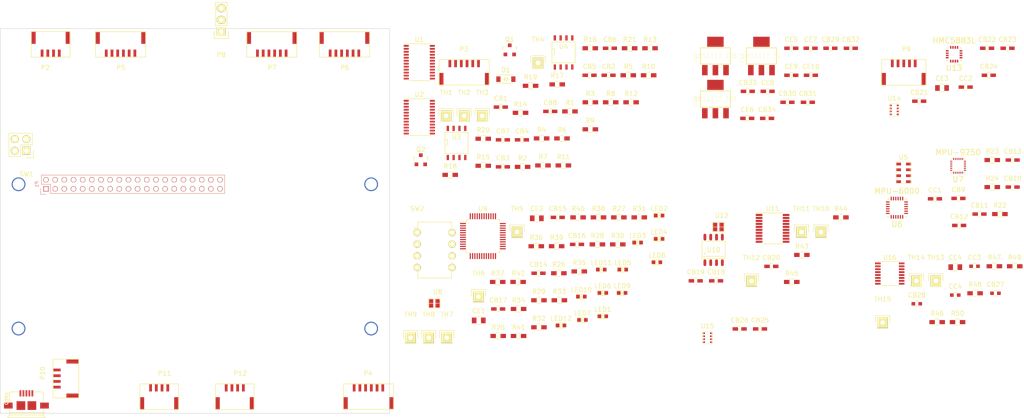
<source format=kicad_pcb>
(kicad_pcb (version 4) (host pcbnew 4.0.1-stable)
  (layers (0 F.Cu signal) (31 B.Cu signal) (34 B.Paste user) (35 F.Paste user) (36 B.SilkS user) (37 F.SilkS user) (38 B.Mask user) (39 F.Mask user) (44 Edge.Cuts user))
  (net 0 "")
  (net 1 +3V3)
  (net 2 +1V8)
  (net 3 GND)
  (net 4 +5V)
  (net 5 "Net-(D1-Pad2)")
  (net 6 PWR_BTN)
  (net 7 RST_BTN)
  (net 8 "Net-(P1-Pad7)")
  (net 9 SPI0_SCK)
  (net 10 SPI0_MISO)
  (net 11 SPI0_CS)
  (net 12 SPI0_MOSI)
  (net 13 I2C0_SCL)
  (net 14 I2C0_SDA)
  (net 15 I2C1_SCL)
  (net 16 PCM_DO)
  (net 17 I2C1_SDA)
  (net 18 GPIO_A)
  (net 19 GPIO_B)
  (net 20 GPIO_C)
  (net 21 GPIO_D)
  (net 22 GPIO_E)
  (net 23 GPIO_F)
  (net 24 "Net-(P1-Pad35)")
  (net 25 "Net-(P5-Pad2)")
  (net 26 "Net-(P5-Pad3)")
  (net 27 "Net-(P5-Pad4)")
  (net 28 "Net-(P5-Pad5)")
  (net 29 "Net-(P6-Pad2)")
  (net 30 "Net-(P6-Pad3)")
  (net 31 "Net-(P6-Pad4)")
  (net 32 "Net-(P6-Pad5)")
  (net 33 "Net-(P7-Pad2)")
  (net 34 "Net-(P7-Pad3)")
  (net 35 "Net-(P7-Pad4)")
  (net 36 "Net-(P7-Pad5)")
  (net 37 "Net-(P8-Pad3)")
  (net 38 /i2c0/I2C0_SCL_3V3)
  (net 39 /i2c0/I2C0_SDA_3V3)
  (net 40 /i2c0/PCA9685_OE)
  (net 41 /i2c1/I2C1_SCL_3V3)
  (net 42 /i2c1/I2C1_SDA_3V3)
  (net 43 /can/~RESET)
  (net 44 "Net-(R12-Pad1)")
  (net 45 /spi/~MS5611_CS)
  (net 46 /spi/~MPU600_CS)
  (net 47 /spi/~MPU9250_CS)
  (net 48 /max/~MAX14830_IRQ)
  (net 49 /max/gpio8)
  (net 50 /max/gpio9)
  (net 51 /max/gpio0)
  (net 52 /max/gpio1)
  (net 53 /max/gpio2)
  (net 54 /max/gpio3)
  (net 55 /max/gpio4)
  (net 56 /max/gpio5)
  (net 57 /max/gpio6)
  (net 58 /max/gpio7)
  (net 59 /max/gpio10)
  (net 60 /max/gpio11)
  (net 61 /max/gpio12)
  (net 62 /max/gpio13)
  (net 63 /max/gpio14)
  (net 64 /max/gpio15)
  (net 65 /can/~CAN_IRQ)
  (net 66 /can/~CAN_CS)
  (net 67 /max/~MAX14830_CS)
  (net 68 /can/MOSI)
  (net 69 /can/SCLK)
  (net 70 /can/MISO)
  (net 71 "Net-(D1-Pad1)")
  (net 72 "Net-(Q1-Pad1)")
  (net 73 "Net-(Q2-Pad1)")
  (net 74 /Console/+5F)
  (net 75 /Console/USBDP)
  (net 76 /Console/USBDM)
  (net 77 "Net-(CC1-Pad1)")
  (net 78 "Net-(CC2-Pad1)")
  (net 79 "Net-(CC2-Pad2)")
  (net 80 /AMS1117s/SYSDC_IN)
  (net 81 "Net-(LED1-Pad1)")
  (net 82 "Net-(LED2-Pad1)")
  (net 83 "Net-(LED3-Pad1)")
  (net 84 "Net-(LED4-Pad1)")
  (net 85 "Net-(LED5-Pad1)")
  (net 86 "Net-(LED6-Pad1)")
  (net 87 "Net-(LED7-Pad1)")
  (net 88 "Net-(LED8-Pad1)")
  (net 89 "Net-(LED9-Pad2)")
  (net 90 "Net-(LED10-Pad2)")
  (net 91 "Net-(LED11-Pad2)")
  (net 92 "Net-(LED12-Pad2)")
  (net 93 "Net-(P3-Pad3)")
  (net 94 "Net-(P4-Pad2)")
  (net 95 "Net-(P4-Pad3)")
  (net 96 "Net-(P4-Pad4)")
  (net 97 "Net-(P4-Pad5)")
  (net 98 "Net-(P8-Pad1)")
  (net 99 "Net-(R13-Pad1)")
  (net 100 "Net-(R14-Pad1)")
  (net 101 "Net-(R15-Pad1)")
  (net 102 "Net-(R46-Pad1)")
  (net 103 "Net-(R47-Pad2)")
  (net 104 "Net-(R48-Pad1)")
  (net 105 "Net-(R49-Pad2)")
  (net 106 "Net-(R50-Pad2)")
  (net 107 "Net-(TH1-Pad1)")
  (net 108 "Net-(TH2-Pad1)")
  (net 109 "Net-(TH3-Pad1)")
  (net 110 "Net-(TH4-Pad1)")
  (net 111 "Net-(TH5-Pad1)")
  (net 112 "Net-(TH10-Pad1)")
  (net 113 "Net-(TH11-Pad1)")
  (net 114 "Net-(TH12-Pad1)")
  (net 115 "Net-(TH13-Pad1)")
  (net 116 "Net-(TH14-Pad1)")
  (net 117 "Net-(TH15-Pad1)")
  (net 118 "Net-(U10-Pad1)")
  (net 119 "Net-(U10-Pad4)")
  (net 120 "Net-(CB6-Pad1)")
  (net 121 "Net-(CB8-Pad1)")
  (net 122 "Net-(CB28-Pad1)")
  (net 123 "Net-(CE1-Pad1)")
  (net 124 "Net-(CE3-Pad1)")
  (module 96boards:Hole_2.5MM (layer F.Cu) (at 131 115.5)
    (fp_text reference REF** hide)
    (fp_text value Hole_2.5MM hide)
    (pad 1 thru_hole circle (at 0 0) (size 3 3) (drill 2.5) (layers *.Cu *.Mask))
  )
  (module 96boards:Hole_2.5MM (layer F.Cu) (at 54 115.5)
    (fp_text reference REF** hide)
    (fp_text value Hole_2.5MM hide)
    (pad 1 thru_hole circle (at 0 0) (size 3 3) (drill 2.5) (layers *.Cu *.Mask))
  )
  (module 96boards:Hole_2.5MM (layer F.Cu) (at 131 84)
    (fp_text reference REF** hide)
    (fp_text value Hole_2.5MM hide)
    (pad 1 thru_hole circle (at 0 0) (size 3 3) (drill 2.5) (layers *.Cu *.Mask))
  )
  (module 96boards:Pin_Header_Straight_2x20_Pitch2mm (layer B.Cu) (at 60 85 270)
    (fp_text reference P1 (at -1 2 270) (layer B.SilkS) (effects (font (size 0.7 0.7)) (justify mirror)))
    (fp_text value CONN_02X20)
    (pad 1 thru_hole rect (at 0 0 270) (size 1.2 1.2) (drill 0.8) (layers *.Cu *.Mask B.SilkS) (net 3 GND))
    (pad 2 thru_hole circle (at -2 0) (size 1.2 1.2) (drill 0.8) (layers *.Cu *.Mask B.SilkS) (net 3 GND))
    (pad 3 thru_hole circle (at 0 -2) (size 1.2 1.2) (drill 0.8) (layers *.Cu *.Mask B.SilkS))
    (pad 4 thru_hole circle (at -2 -2) (size 1.2 1.2) (drill 0.8) (layers *.Cu *.Mask B.SilkS) (net 6 PWR_BTN))
    (pad 5 thru_hole circle (at 0 -4) (size 1.2 1.2) (drill 0.8) (layers *.Cu *.Mask B.SilkS))
    (pad 6 thru_hole circle (at -2 -4) (size 1.2 1.2) (drill 0.8) (layers *.Cu *.Mask B.SilkS) (net 7 RST_BTN))
    (pad 7 thru_hole circle (at 0 -6) (size 1.2 1.2) (drill 0.8) (layers *.Cu *.Mask B.SilkS) (net 8 "Net-(P1-Pad7)"))
    (pad 8 thru_hole circle (at -2 -6) (size 1.2 1.2) (drill 0.8) (layers *.Cu *.Mask B.SilkS) (net 9 SPI0_SCK))
    (pad 9 thru_hole circle (at 0 -8) (size 1.2 1.2) (drill 0.8) (layers *.Cu *.Mask B.SilkS))
    (pad 10 thru_hole circle (at -2 -8) (size 1.2 1.2) (drill 0.8) (layers *.Cu *.Mask B.SilkS) (net 10 SPI0_MISO))
    (pad 11 thru_hole circle (at 0 -10) (size 1.2 1.2) (drill 0.8) (layers *.Cu *.Mask B.SilkS))
    (pad 12 thru_hole circle (at -2 -10) (size 1.2 1.2) (drill 0.8) (layers *.Cu *.Mask B.SilkS) (net 11 SPI0_CS))
    (pad 13 thru_hole circle (at 0 -12) (size 1.2 1.2) (drill 0.8) (layers *.Cu *.Mask B.SilkS))
    (pad 14 thru_hole circle (at -2 -12) (size 1.2 1.2) (drill 0.8) (layers *.Cu *.Mask B.SilkS) (net 12 SPI0_MOSI))
    (pad 15 thru_hole circle (at 0 -14) (size 1.2 1.2) (drill 0.8) (layers *.Cu *.Mask B.SilkS) (net 13 I2C0_SCL))
    (pad 16 thru_hole circle (at -2 -14) (size 1.2 1.2) (drill 0.8) (layers *.Cu *.Mask B.SilkS))
    (pad 17 thru_hole circle (at 0 -16) (size 1.2 1.2) (drill 0.8) (layers *.Cu *.Mask B.SilkS) (net 14 I2C0_SDA))
    (pad 18 thru_hole circle (at -2 -16) (size 1.2 1.2) (drill 0.8) (layers *.Cu *.Mask B.SilkS))
    (pad 19 thru_hole circle (at 0 -18) (size 1.2 1.2) (drill 0.8) (layers *.Cu *.Mask B.SilkS) (net 15 I2C1_SCL))
    (pad 20 thru_hole circle (at -2 -18) (size 1.2 1.2) (drill 0.8) (layers *.Cu *.Mask B.SilkS) (net 16 PCM_DO))
    (pad 21 thru_hole circle (at 0 -20) (size 1.2 1.2) (drill 0.8) (layers *.Cu *.Mask B.SilkS) (net 17 I2C1_SDA))
    (pad 22 thru_hole circle (at -2 -20) (size 1.2 1.2) (drill 0.8) (layers *.Cu *.Mask B.SilkS))
    (pad 23 thru_hole circle (at 0 -22) (size 1.2 1.2) (drill 0.8) (layers *.Cu *.Mask B.SilkS) (net 18 GPIO_A))
    (pad 24 thru_hole circle (at -2 -22) (size 1.2 1.2) (drill 0.8) (layers *.Cu *.Mask B.SilkS) (net 19 GPIO_B))
    (pad 25 thru_hole circle (at 0 -24) (size 1.2 1.2) (drill 0.8) (layers *.Cu *.Mask B.SilkS) (net 20 GPIO_C))
    (pad 26 thru_hole circle (at -2 -24) (size 1.2 1.2) (drill 0.8) (layers *.Cu *.Mask B.SilkS) (net 21 GPIO_D))
    (pad 27 thru_hole circle (at 0 -26) (size 1.2 1.2) (drill 0.8) (layers *.Cu *.Mask B.SilkS) (net 22 GPIO_E))
    (pad 28 thru_hole circle (at -2 -26) (size 1.2 1.2) (drill 0.8) (layers *.Cu *.Mask B.SilkS) (net 23 GPIO_F))
    (pad 29 thru_hole circle (at 0 -28) (size 1.2 1.2) (drill 0.8) (layers *.Cu *.Mask B.SilkS))
    (pad 30 thru_hole circle (at -2 -28) (size 1.2 1.2) (drill 0.8) (layers *.Cu *.Mask B.SilkS))
    (pad 31 thru_hole circle (at 0 -30) (size 1.2 1.2) (drill 0.8) (layers *.Cu *.Mask B.SilkS))
    (pad 32 thru_hole circle (at -2 -30) (size 1.2 1.2) (drill 0.8) (layers *.Cu *.Mask B.SilkS))
    (pad 33 thru_hole circle (at 0 -32) (size 1.2 1.2) (drill 0.8) (layers *.Cu *.Mask B.SilkS))
    (pad 34 thru_hole circle (at -2 -32) (size 1.2 1.2) (drill 0.8) (layers *.Cu *.Mask B.SilkS))
    (pad 35 thru_hole circle (at 0 -34) (size 1.2 1.2) (drill 0.8) (layers *.Cu *.Mask B.SilkS) (net 24 "Net-(P1-Pad35)"))
    (pad 36 thru_hole circle (at -2 -34) (size 1.2 1.2) (drill 0.8) (layers *.Cu *.Mask B.SilkS) (net 80 /AMS1117s/SYSDC_IN))
    (pad 37 thru_hole circle (at 0 -36) (size 1.2 1.2) (drill 0.8) (layers *.Cu *.Mask B.SilkS))
    (pad 38 thru_hole circle (at -2 -36) (size 1.2 1.2) (drill 0.8) (layers *.Cu *.Mask B.SilkS) (net 80 /AMS1117s/SYSDC_IN))
    (pad 39 thru_hole circle (at 0 -38) (size 1.2 1.2) (drill 0.8) (layers *.Cu *.Mask B.SilkS) (net 3 GND))
    (pad 40 thru_hole circle (at -2 -38) (size 1.2 1.2) (drill 0.8) (layers *.Cu *.Mask B.SilkS))
  )
  (module 96boards:Hole_2.5MM (layer F.Cu) (at 54 84)
    (fp_text reference REF** hide)
    (fp_text value Hole_2.5MM hide)
    (pad 1 thru_hole circle (at 0 0) (size 3 3) (drill 2.5) (layers *.Cu *.Mask))
  )
  (module Sensors:USB_MICRO_B_ST-USB-001E (layer F.Cu) (at 55.715 133.82)
    (fp_text reference CON1 (at -4.35 -3.05 90) (layer F.SilkS) (effects (font (size 0.7 0.7))))
    (fp_text value CONSOLE hide)
    (pad 4 smd rect (at 0.65 -4.175) (size 0.4 1.35) (layers F.Cu F.Paste F.Mask))
    (pad 2 smd rect (at -0.65 -4.175) (size 0.4 1.35) (layers F.Cu F.Paste F.Mask) (net 76 /Console/USBDM))
    (pad 3 smd rect (at 0 -4.175) (size 0.4 1.35) (layers F.Cu F.Paste F.Mask) (net 75 /Console/USBDP))
    (pad 1 smd rect (at -1.3 -4.175) (size 0.4 1.35) (layers F.Cu F.Paste F.Mask) (net 74 /Console/+5F))
    (pad 5 smd rect (at 1.3 -4.175) (size 0.4 1.35) (layers F.Cu F.Paste F.Mask) (net 3 GND))
    (pad 6 smd rect (at 3.95 -1.5) (size 1.9 1.3) (layers F.Cu F.Paste F.Mask) (net 3 GND))
    (pad 7 smd rect (at 1.2 -1.5) (size 1.9 1.9) (layers F.Cu F.Paste F.Mask) (net 3 GND))
    (pad 8 smd rect (at -1.2 -1.5) (size 1.9 1.9) (layers F.Cu F.Paste F.Mask) (net 3 GND))
    (pad 9 smd rect (at -3.95 -1.5) (size 1.9 1.3) (layers F.Cu F.Paste F.Mask) (net 3 GND))
  )
  (module mylib:GH_6P_side (layer F.Cu) (at 81.75 50.635 180)
    (fp_text reference P5 (at 5.4 -7.89 180) (layer F.SilkS))
    (fp_text value ttyMAX2)
    (pad "" smd rect (at 10.5 -1.35 180) (size 1 2.7) (layers F.Cu F.Paste F.Mask))
    (pad "" smd rect (at 0.45 -1.35 180) (size 1 2.7) (layers F.Cu F.Paste F.Mask))
    (pad 1 smd rect (at 2.35 -4.8 180) (size 0.6 1.7) (layers F.Cu F.Paste F.Mask) (net 1 +3V3))
    (pad 2 smd rect (at 3.6 -4.8 180) (size 0.6 1.7) (layers F.Cu F.Paste F.Mask) (net 25 "Net-(P5-Pad2)"))
    (pad 3 smd rect (at 4.85 -4.8 180) (size 0.6 1.7) (layers F.Cu F.Paste F.Mask) (net 26 "Net-(P5-Pad3)"))
    (pad 4 smd rect (at 6.1 -4.8 180) (size 0.6 1.7) (layers F.Cu F.Paste F.Mask) (net 27 "Net-(P5-Pad4)"))
    (pad 5 smd rect (at 7.35 -4.8 180) (size 0.6 1.7) (layers F.Cu F.Paste F.Mask) (net 28 "Net-(P5-Pad5)"))
    (pad 6 smd rect (at 8.6 -4.8 180) (size 0.6 1.7) (layers F.Cu F.Paste F.Mask) (net 3 GND))
  )
  (module mylib:GH_6P_side (layer F.Cu) (at 130.645 50.635 180)
    (fp_text reference P6 (at 5.4 -7.89 180) (layer F.SilkS))
    (fp_text value ttyMAX1)
    (pad "" smd rect (at 10.5 -1.35 180) (size 1 2.7) (layers F.Cu F.Paste F.Mask))
    (pad "" smd rect (at 0.45 -1.35 180) (size 1 2.7) (layers F.Cu F.Paste F.Mask))
    (pad 1 smd rect (at 2.35 -4.8 180) (size 0.6 1.7) (layers F.Cu F.Paste F.Mask) (net 1 +3V3))
    (pad 2 smd rect (at 3.6 -4.8 180) (size 0.6 1.7) (layers F.Cu F.Paste F.Mask) (net 29 "Net-(P6-Pad2)"))
    (pad 3 smd rect (at 4.85 -4.8 180) (size 0.6 1.7) (layers F.Cu F.Paste F.Mask) (net 30 "Net-(P6-Pad3)"))
    (pad 4 smd rect (at 6.1 -4.8 180) (size 0.6 1.7) (layers F.Cu F.Paste F.Mask) (net 31 "Net-(P6-Pad4)"))
    (pad 5 smd rect (at 7.35 -4.8 180) (size 0.6 1.7) (layers F.Cu F.Paste F.Mask) (net 32 "Net-(P6-Pad5)"))
    (pad 6 smd rect (at 8.6 -4.8 180) (size 0.6 1.7) (layers F.Cu F.Paste F.Mask) (net 3 GND))
  )
  (module mylib:GH_6P_side (layer F.Cu) (at 114.77 50.635 180)
    (fp_text reference P7 (at 5.4 -7.89 180) (layer F.SilkS))
    (fp_text value ttyMAX0)
    (pad "" smd rect (at 10.5 -1.35 180) (size 1 2.7) (layers F.Cu F.Paste F.Mask))
    (pad "" smd rect (at 0.45 -1.35 180) (size 1 2.7) (layers F.Cu F.Paste F.Mask))
    (pad 1 smd rect (at 2.35 -4.8 180) (size 0.6 1.7) (layers F.Cu F.Paste F.Mask) (net 1 +3V3))
    (pad 2 smd rect (at 3.6 -4.8 180) (size 0.6 1.7) (layers F.Cu F.Paste F.Mask) (net 33 "Net-(P7-Pad2)"))
    (pad 3 smd rect (at 4.85 -4.8 180) (size 0.6 1.7) (layers F.Cu F.Paste F.Mask) (net 34 "Net-(P7-Pad3)"))
    (pad 4 smd rect (at 6.1 -4.8 180) (size 0.6 1.7) (layers F.Cu F.Paste F.Mask) (net 35 "Net-(P7-Pad4)"))
    (pad 5 smd rect (at 7.35 -4.8 180) (size 0.6 1.7) (layers F.Cu F.Paste F.Mask) (net 36 "Net-(P7-Pad5)"))
    (pad 6 smd rect (at 8.6 -4.8 180) (size 0.6 1.7) (layers F.Cu F.Paste F.Mask) (net 3 GND))
  )
  (module mylib:GH_4P_side (layer F.Cu) (at 96.99 133.185)
    (fp_text reference P12 (at 5.4 -7.89) (layer F.SilkS))
    (fp_text value I2C1_2)
    (pad "" smd rect (at 8 -1.35) (size 1 2.7) (layers F.Cu F.Paste F.Mask))
    (pad "" smd rect (at 0.45 -1.35) (size 1 2.7) (layers F.Cu F.Paste F.Mask))
    (pad 1 smd rect (at 2.35 -4.8) (size 0.6 1.7) (layers F.Cu F.Paste F.Mask) (net 1 +3V3))
    (pad 2 smd rect (at 3.6 -4.8) (size 0.6 1.7) (layers F.Cu F.Paste F.Mask) (net 41 /i2c1/I2C1_SCL_3V3))
    (pad 3 smd rect (at 4.85 -4.8) (size 0.6 1.7) (layers F.Cu F.Paste F.Mask) (net 42 /i2c1/I2C1_SDA_3V3))
    (pad 4 smd rect (at 6.1 -4.8) (size 0.6 1.7) (layers F.Cu F.Paste F.Mask) (net 3 GND))
  )
  (module Pin_Headers:Pin_Header_Straight_2x02 (layer F.Cu) (at 55.715 76.67 180)
    (fp_text reference SW1 (at 0 -5.1 180) (layer F.SilkS))
    (fp_text value RESET)
    (pad 1 thru_hole rect (at 0 0 180) (size 1.7272 1.7272) (drill 1.016) (layers *.Cu *.Mask F.SilkS) (net 7 RST_BTN))
    (pad 2 thru_hole oval (at 2.54 0 180) (size 1.7272 1.7272) (drill 1.016) (layers *.Cu *.Mask F.SilkS) (net 3 GND))
    (pad 3 thru_hole oval (at 0 2.54 180) (size 1.7272 1.7272) (drill 1.016) (layers *.Cu *.Mask F.SilkS))
    (pad 4 thru_hole oval (at 2.54 2.54 180) (size 1.7272 1.7272) (drill 1.016) (layers *.Cu *.Mask F.SilkS))
  )
  (module mylib:GH_4P_side (layer F.Cu) (at 65.24 50.635 180)
    (fp_text reference P2 (at 5.4 -7.89 180) (layer F.SilkS))
    (fp_text value +12V_IN)
    (pad "" smd rect (at 8 -1.35 180) (size 1 2.7) (layers F.Cu F.Paste F.Mask))
    (pad "" smd rect (at 0.45 -1.35 180) (size 1 2.7) (layers F.Cu F.Paste F.Mask))
    (pad 1 smd rect (at 2.35 -4.8 180) (size 0.6 1.7) (layers F.Cu F.Paste F.Mask) (net 80 /AMS1117s/SYSDC_IN))
    (pad 2 smd rect (at 3.6 -4.8 180) (size 0.6 1.7) (layers F.Cu F.Paste F.Mask) (net 80 /AMS1117s/SYSDC_IN))
    (pad 3 smd rect (at 4.85 -4.8 180) (size 0.6 1.7) (layers F.Cu F.Paste F.Mask) (net 3 GND))
    (pad 4 smd rect (at 6.1 -4.8 180) (size 0.6 1.7) (layers F.Cu F.Paste F.Mask) (net 3 GND))
  )
  (module mylib:GH_6P_side (layer F.Cu) (at 124.93 133.185)
    (fp_text reference P4 (at 5.4 -7.89) (layer F.SilkS))
    (fp_text value ttyMAX3)
    (pad "" smd rect (at 10.5 -1.35) (size 1 2.7) (layers F.Cu F.Paste F.Mask))
    (pad "" smd rect (at 0.45 -1.35) (size 1 2.7) (layers F.Cu F.Paste F.Mask))
    (pad 1 smd rect (at 2.35 -4.8) (size 0.6 1.7) (layers F.Cu F.Paste F.Mask) (net 1 +3V3))
    (pad 2 smd rect (at 3.6 -4.8) (size 0.6 1.7) (layers F.Cu F.Paste F.Mask) (net 94 "Net-(P4-Pad2)"))
    (pad 3 smd rect (at 4.85 -4.8) (size 0.6 1.7) (layers F.Cu F.Paste F.Mask) (net 95 "Net-(P4-Pad3)"))
    (pad 4 smd rect (at 6.1 -4.8) (size 0.6 1.7) (layers F.Cu F.Paste F.Mask) (net 96 "Net-(P4-Pad4)"))
    (pad 5 smd rect (at 7.35 -4.8) (size 0.6 1.7) (layers F.Cu F.Paste F.Mask) (net 97 "Net-(P4-Pad5)"))
    (pad 6 smd rect (at 8.6 -4.8) (size 0.6 1.7) (layers F.Cu F.Paste F.Mask) (net 3 GND))
  )
  (module Pin_Headers:Pin_Header_Straight_1x03 (layer F.Cu) (at 98.26 50.635 180)
    (fp_text reference P8 (at 0 -5.1 180) (layer F.SilkS))
    (fp_text value CAN)
    (pad 1 thru_hole rect (at 0 0 180) (size 2.032 1.7272) (drill 1.016) (layers *.Cu *.Mask F.SilkS) (net 98 "Net-(P8-Pad1)"))
    (pad 2 thru_hole oval (at 0 2.54 180) (size 2.032 1.7272) (drill 1.016) (layers *.Cu *.Mask F.SilkS))
    (pad 3 thru_hole oval (at 0 5.08 180) (size 2.032 1.7272) (drill 1.016) (layers *.Cu *.Mask F.SilkS) (net 37 "Net-(P8-Pad3)"))
  )
  (module mylib:GH_4P_side (layer F.Cu) (at 67.145 130.645 90)
    (fp_text reference P10 (at 5.4 -7.89 90) (layer F.SilkS))
    (fp_text value I2C1_0)
    (pad "" smd rect (at 8 -1.35 90) (size 1 2.7) (layers F.Cu F.Paste F.Mask))
    (pad "" smd rect (at 0.45 -1.35 90) (size 1 2.7) (layers F.Cu F.Paste F.Mask))
    (pad 1 smd rect (at 2.35 -4.8 90) (size 0.6 1.7) (layers F.Cu F.Paste F.Mask) (net 1 +3V3))
    (pad 2 smd rect (at 3.6 -4.8 90) (size 0.6 1.7) (layers F.Cu F.Paste F.Mask) (net 41 /i2c1/I2C1_SCL_3V3))
    (pad 3 smd rect (at 4.85 -4.8 90) (size 0.6 1.7) (layers F.Cu F.Paste F.Mask) (net 42 /i2c1/I2C1_SDA_3V3))
    (pad 4 smd rect (at 6.1 -4.8 90) (size 0.6 1.7) (layers F.Cu F.Paste F.Mask) (net 3 GND))
  )
  (module mylib:GH_4P_side (layer F.Cu) (at 80.48 133.185)
    (fp_text reference P11 (at 5.4 -7.89) (layer F.SilkS))
    (fp_text value I2C1_1)
    (pad "" smd rect (at 8 -1.35) (size 1 2.7) (layers F.Cu F.Paste F.Mask))
    (pad "" smd rect (at 0.45 -1.35) (size 1 2.7) (layers F.Cu F.Paste F.Mask))
    (pad 1 smd rect (at 2.35 -4.8) (size 0.6 1.7) (layers F.Cu F.Paste F.Mask) (net 1 +3V3))
    (pad 2 smd rect (at 3.6 -4.8) (size 0.6 1.7) (layers F.Cu F.Paste F.Mask) (net 41 /i2c1/I2C1_SCL_3V3))
    (pad 3 smd rect (at 4.85 -4.8) (size 0.6 1.7) (layers F.Cu F.Paste F.Mask) (net 42 /i2c1/I2C1_SDA_3V3))
    (pad 4 smd rect (at 6.1 -4.8) (size 0.6 1.7) (layers F.Cu F.Paste F.Mask) (net 3 GND))
  )
  (module Capacitors_SMD:C_0603_HandSoldering (layer F.Cu) (at 159.305001 67.145)
    (fp_text reference CB1 (at 0 -1.9) (layer F.SilkS))
    (fp_text value 104)
    (pad 1 smd rect (at -0.95 0) (size 1.2 0.75) (layers F.Cu F.Paste F.Mask) (net 2 +1V8))
    (pad 2 smd rect (at 0.95 0) (size 1.2 0.75) (layers F.Cu F.Paste F.Mask) (net 3 GND))
  )
  (module Capacitors_SMD:C_0603_HandSoldering (layer F.Cu) (at 182.835001 60.195)
    (fp_text reference CB2 (at 0 -1.9) (layer F.SilkS))
    (fp_text value 104)
    (pad 1 smd rect (at -0.95 0) (size 1.2 0.75) (layers F.Cu F.Paste F.Mask) (net 1 +3V3))
    (pad 2 smd rect (at 0.95 0) (size 1.2 0.75) (layers F.Cu F.Paste F.Mask) (net 3 GND))
  )
  (module Capacitors_SMD:C_0603_HandSoldering (layer F.Cu) (at 159.765001 80.195)
    (fp_text reference CB3 (at 0 -1.9) (layer F.SilkS))
    (fp_text value 104)
    (pad 1 smd rect (at -0.95 0) (size 1.2 0.75) (layers F.Cu F.Paste F.Mask) (net 1 +3V3))
    (pad 2 smd rect (at 0.95 0) (size 1.2 0.75) (layers F.Cu F.Paste F.Mask) (net 3 GND))
  )
  (module Capacitors_SMD:C_0603_HandSoldering (layer F.Cu) (at 163.915001 74.295)
    (fp_text reference CB4 (at 0 -1.9) (layer F.SilkS))
    (fp_text value 104)
    (pad 1 smd rect (at -0.95 0) (size 1.2 0.75) (layers F.Cu F.Paste F.Mask) (net 2 +1V8))
    (pad 2 smd rect (at 0.95 0) (size 1.2 0.75) (layers F.Cu F.Paste F.Mask) (net 3 GND))
  )
  (module Capacitors_SMD:C_0603_HandSoldering (layer F.Cu) (at 178.685001 60.195)
    (fp_text reference CB5 (at 0 -1.9) (layer F.SilkS))
    (fp_text value 104)
    (pad 1 smd rect (at -0.95 0) (size 1.2 0.75) (layers F.Cu F.Paste F.Mask) (net 2 +1V8))
    (pad 2 smd rect (at 0.95 0) (size 1.2 0.75) (layers F.Cu F.Paste F.Mask) (net 3 GND))
  )
  (module Capacitors_SMD:C_0603_HandSoldering (layer F.Cu) (at 183.135001 54.295)
    (fp_text reference CB6 (at 0 -1.9) (layer F.SilkS))
    (fp_text value 104)
    (pad 1 smd rect (at -0.95 0) (size 1.2 0.75) (layers F.Cu F.Paste F.Mask) (net 120 "Net-(CB6-Pad1)"))
    (pad 2 smd rect (at 0.95 0) (size 1.2 0.75) (layers F.Cu F.Paste F.Mask) (net 3 GND))
  )
  (module Capacitors_SMD:C_0603_HandSoldering (layer F.Cu) (at 159.765001 74.295)
    (fp_text reference CB7 (at 0 -1.9) (layer F.SilkS))
    (fp_text value 104)
    (pad 1 smd rect (at -0.95 0) (size 1.2 0.75) (layers F.Cu F.Paste F.Mask) (net 2 +1V8))
    (pad 2 smd rect (at 0.95 0) (size 1.2 0.75) (layers F.Cu F.Paste F.Mask) (net 3 GND))
  )
  (module Capacitors_SMD:C_0603_HandSoldering (layer F.Cu) (at 170.105001 68.085)
    (fp_text reference CB8 (at 0 -1.9) (layer F.SilkS))
    (fp_text value 104)
    (pad 1 smd rect (at -0.95 0) (size 1.2 0.75) (layers F.Cu F.Paste F.Mask) (net 121 "Net-(CB8-Pad1)"))
    (pad 2 smd rect (at 0.95 0) (size 1.2 0.75) (layers F.Cu F.Paste F.Mask) (net 3 GND))
  )
  (module Capacitors_SMD:C_0603_HandSoldering (layer F.Cu) (at 259.235001 87.085)
    (fp_text reference CB9 (at 0 -1.9) (layer F.SilkS))
    (fp_text value 104)
    (pad 1 smd rect (at -0.95 0) (size 1.2 0.75) (layers F.Cu F.Paste F.Mask) (net 1 +3V3))
    (pad 2 smd rect (at 0.95 0) (size 1.2 0.75) (layers F.Cu F.Paste F.Mask) (net 3 GND))
  )
  (module Capacitors_SMD:C_0603_HandSoldering (layer F.Cu) (at 271.067381 84.605)
    (fp_text reference CB10 (at 0 -1.9) (layer F.SilkS))
    (fp_text value 104)
    (pad 1 smd rect (at -0.95 0) (size 1.2 0.75) (layers F.Cu F.Paste F.Mask) (net 1 +3V3))
    (pad 2 smd rect (at 0.95 0) (size 1.2 0.75) (layers F.Cu F.Paste F.Mask) (net 3 GND))
  )
  (module Capacitors_SMD:C_0603_HandSoldering (layer F.Cu) (at 263.837381 90.505)
    (fp_text reference CB11 (at 0 -1.9) (layer F.SilkS))
    (fp_text value 104)
    (pad 1 smd rect (at -0.95 0) (size 1.2 0.75) (layers F.Cu F.Paste F.Mask) (net 1 +3V3))
    (pad 2 smd rect (at 0.95 0) (size 1.2 0.75) (layers F.Cu F.Paste F.Mask) (net 3 GND))
  )
  (module Capacitors_SMD:C_0603_HandSoldering (layer F.Cu) (at 259.387381 92.985)
    (fp_text reference CB12 (at 0 -1.9) (layer F.SilkS))
    (fp_text value 104)
    (pad 1 smd rect (at -0.95 0) (size 1.2 0.75) (layers F.Cu F.Paste F.Mask) (net 1 +3V3))
    (pad 2 smd rect (at 0.95 0) (size 1.2 0.75) (layers F.Cu F.Paste F.Mask) (net 3 GND))
  )
  (module Capacitors_SMD:C_0603_HandSoldering (layer F.Cu) (at 271.067381 78.705)
    (fp_text reference CB13 (at 0 -1.9) (layer F.SilkS))
    (fp_text value 104)
    (pad 1 smd rect (at -0.95 0) (size 1.2 0.75) (layers F.Cu F.Paste F.Mask) (net 1 +3V3))
    (pad 2 smd rect (at 0.95 0) (size 1.2 0.75) (layers F.Cu F.Paste F.Mask) (net 3 GND))
  )
  (module Capacitors_SMD:C_0603_HandSoldering (layer F.Cu) (at 167.537381 103.425)
    (fp_text reference CB14 (at 0 -1.9) (layer F.SilkS))
    (fp_text value 104)
    (pad 1 smd rect (at -0.95 0) (size 1.2 0.75) (layers F.Cu F.Paste F.Mask) (net 1 +3V3))
    (pad 2 smd rect (at 0.95 0) (size 1.2 0.75) (layers F.Cu F.Paste F.Mask) (net 3 GND))
  )
  (module Capacitors_SMD:C_0603_HandSoldering (layer F.Cu) (at 171.737381 91.225)
    (fp_text reference CB15 (at 0 -1.9) (layer F.SilkS))
    (fp_text value 104)
    (pad 1 smd rect (at -0.95 0) (size 1.2 0.75) (layers F.Cu F.Paste F.Mask) (net 1 +3V3))
    (pad 2 smd rect (at 0.95 0) (size 1.2 0.75) (layers F.Cu F.Paste F.Mask) (net 3 GND))
  )
  (module Capacitors_SMD:C_0603_HandSoldering (layer F.Cu) (at 175.947381 97.125)
    (fp_text reference CB16 (at 0 -1.9) (layer F.SilkS))
    (fp_text value 104)
    (pad 1 smd rect (at -0.95 0) (size 1.2 0.75) (layers F.Cu F.Paste F.Mask) (net 1 +3V3))
    (pad 2 smd rect (at 0.95 0) (size 1.2 0.75) (layers F.Cu F.Paste F.Mask) (net 3 GND))
  )
  (module Capacitors_SMD:C_0603_HandSoldering (layer F.Cu) (at 158.737381 111.225)
    (fp_text reference CB17 (at 0 -1.9) (layer F.SilkS))
    (fp_text value 104)
    (pad 1 smd rect (at -0.95 0) (size 1.2 0.75) (layers F.Cu F.Paste F.Mask) (net 1 +3V3))
    (pad 2 smd rect (at 0.95 0) (size 1.2 0.75) (layers F.Cu F.Paste F.Mask) (net 3 GND))
  )
  (module Capacitors_SMD:C_0603_HandSoldering (layer F.Cu) (at 206.317381 105.085)
    (fp_text reference CB18 (at 0 -1.9) (layer F.SilkS))
    (fp_text value 104)
    (pad 1 smd rect (at -0.95 0) (size 1.2 0.75) (layers F.Cu F.Paste F.Mask) (net 4 +5V))
    (pad 2 smd rect (at 0.95 0) (size 1.2 0.75) (layers F.Cu F.Paste F.Mask) (net 3 GND))
  )
  (module Capacitors_SMD:C_0603_HandSoldering (layer F.Cu) (at 201.867381 105.085)
    (fp_text reference CB19 (at 0 -1.9) (layer F.SilkS))
    (fp_text value 104)
    (pad 1 smd rect (at -0.95 0) (size 1.2 0.75) (layers F.Cu F.Paste F.Mask) (net 1 +3V3))
    (pad 2 smd rect (at 0.95 0) (size 1.2 0.75) (layers F.Cu F.Paste F.Mask) (net 3 GND))
  )
  (module Capacitors_SMD:C_0603_HandSoldering (layer F.Cu) (at 218.387381 101.925)
    (fp_text reference CB20 (at 0 -1.9) (layer F.SilkS))
    (fp_text value 104)
    (pad 1 smd rect (at -0.95 0) (size 1.2 0.75) (layers F.Cu F.Paste F.Mask) (net 1 +3V3))
    (pad 2 smd rect (at 0.95 0) (size 1.2 0.75) (layers F.Cu F.Paste F.Mask) (net 3 GND))
  )
  (module Capacitors_SMD:C_0603_HandSoldering (layer F.Cu) (at 250.667381 65.855)
    (fp_text reference CB21 (at 0 -1.9) (layer F.SilkS))
    (fp_text value 104)
    (pad 1 smd rect (at -0.95 0) (size 1.2 0.75) (layers F.Cu F.Paste F.Mask) (net 1 +3V3))
    (pad 2 smd rect (at 0.95 0) (size 1.2 0.75) (layers F.Cu F.Paste F.Mask) (net 3 GND))
  )
  (module Capacitors_SMD:C_0603_HandSoldering (layer F.Cu) (at 265.497381 54.295)
    (fp_text reference CB22 (at 0 -1.9) (layer F.SilkS))
    (fp_text value 104)
    (pad 1 smd rect (at -0.95 0) (size 1.2 0.75) (layers F.Cu F.Paste F.Mask) (net 1 +3V3))
    (pad 2 smd rect (at 0.95 0) (size 1.2 0.75) (layers F.Cu F.Paste F.Mask) (net 3 GND))
  )
  (module Capacitors_SMD:C_0603_HandSoldering (layer F.Cu) (at 269.947381 54.295)
    (fp_text reference CB23 (at 0 -1.9) (layer F.SilkS))
    (fp_text value 104)
    (pad 1 smd rect (at -0.95 0) (size 1.2 0.75) (layers F.Cu F.Paste F.Mask) (net 1 +3V3))
    (pad 2 smd rect (at 0.95 0) (size 1.2 0.75) (layers F.Cu F.Paste F.Mask) (net 3 GND))
  )
  (module Capacitors_SMD:C_0603_HandSoldering (layer F.Cu) (at 265.857381 60.195)
    (fp_text reference CB24 (at 0 -1.9) (layer F.SilkS))
    (fp_text value 104)
    (pad 1 smd rect (at -0.95 0) (size 1.2 0.75) (layers F.Cu F.Paste F.Mask) (net 1 +3V3))
    (pad 2 smd rect (at 0.95 0) (size 1.2 0.75) (layers F.Cu F.Paste F.Mask) (net 3 GND))
  )
  (module Capacitors_SMD:C_0603_HandSoldering (layer F.Cu) (at 215.907381 115.585)
    (fp_text reference CB25 (at 0 -1.9) (layer F.SilkS))
    (fp_text value 104)
    (pad 1 smd rect (at -0.95 0) (size 1.2 0.75) (layers F.Cu F.Paste F.Mask) (net 1 +3V3))
    (pad 2 smd rect (at 0.95 0) (size 1.2 0.75) (layers F.Cu F.Paste F.Mask) (net 3 GND))
  )
  (module Capacitors_SMD:C_0603_HandSoldering (layer F.Cu) (at 211.457381 115.585)
    (fp_text reference CB26 (at 0 -1.9) (layer F.SilkS))
    (fp_text value 104)
    (pad 1 smd rect (at -0.95 0) (size 1.2 0.75) (layers F.Cu F.Paste F.Mask) (net 1 +3V3))
    (pad 2 smd rect (at 0.95 0) (size 1.2 0.75) (layers F.Cu F.Paste F.Mask) (net 3 GND))
  )
  (module Capacitors_SMD:C_0603 (layer F.Cu) (at 267.317381 107.795)
    (fp_text reference CB27 (at 0 -1.9) (layer F.SilkS))
    (fp_text value 104)
    (pad 1 smd rect (at -0.75 0) (size 0.8 0.75) (layers F.Cu F.Paste F.Mask) (net 74 /Console/+5F))
    (pad 2 smd rect (at 0.75 0) (size 0.8 0.75) (layers F.Cu F.Paste F.Mask) (net 3 GND))
  )
  (module Capacitors_SMD:C_0603 (layer F.Cu) (at 250.137381 110.095)
    (fp_text reference CB28 (at 0 -1.9) (layer F.SilkS))
    (fp_text value 104)
    (pad 1 smd rect (at -0.75 0) (size 0.8 0.75) (layers F.Cu F.Paste F.Mask) (net 122 "Net-(CB28-Pad1)"))
    (pad 2 smd rect (at 0.75 0) (size 0.8 0.75) (layers F.Cu F.Paste F.Mask) (net 3 GND))
  )
  (module Capacitors_SMD:C_0603_HandSoldering (layer F.Cu) (at 231.277381 54.295)
    (fp_text reference CB29 (at 0 -1.9) (layer F.SilkS))
    (fp_text value 104)
    (pad 1 smd rect (at -0.95 0) (size 1.2 0.75) (layers F.Cu F.Paste F.Mask))
    (pad 2 smd rect (at 0.95 0) (size 1.2 0.75) (layers F.Cu F.Paste F.Mask) (net 3 GND))
  )
  (module Capacitors_SMD:C_0603_HandSoldering (layer F.Cu) (at 221.897381 66.095)
    (fp_text reference CB30 (at 0 -1.9) (layer F.SilkS))
    (fp_text value 104)
    (pad 1 smd rect (at -0.95 0) (size 1.2 0.75) (layers F.Cu F.Paste F.Mask) (net 2 +1V8))
    (pad 2 smd rect (at 0.95 0) (size 1.2 0.75) (layers F.Cu F.Paste F.Mask) (net 3 GND))
  )
  (module Capacitors_SMD:C_0603_HandSoldering (layer F.Cu) (at 226.347381 66.095)
    (fp_text reference CB31 (at 0 -1.9) (layer F.SilkS))
    (fp_text value 104)
    (pad 1 smd rect (at -0.95 0) (size 1.2 0.75) (layers F.Cu F.Paste F.Mask))
    (pad 2 smd rect (at 0.95 0) (size 1.2 0.75) (layers F.Cu F.Paste F.Mask) (net 3 GND))
  )
  (module Capacitors_SMD:C_0603_HandSoldering (layer F.Cu) (at 235.727381 54.295)
    (fp_text reference CB32 (at 0 -1.9) (layer F.SilkS))
    (fp_text value 104)
    (pad 1 smd rect (at -0.95 0) (size 1.2 0.75) (layers F.Cu F.Paste F.Mask) (net 1 +3V3))
    (pad 2 smd rect (at 0.95 0) (size 1.2 0.75) (layers F.Cu F.Paste F.Mask) (net 3 GND))
  )
  (module Capacitors_SMD:C_0603_HandSoldering (layer F.Cu) (at 213.237381 63.705)
    (fp_text reference CB33 (at 0 -1.9) (layer F.SilkS))
    (fp_text value 104)
    (pad 1 smd rect (at -0.95 0) (size 1.2 0.75) (layers F.Cu F.Paste F.Mask))
    (pad 2 smd rect (at 0.95 0) (size 1.2 0.75) (layers F.Cu F.Paste F.Mask) (net 3 GND))
  )
  (module Capacitors_SMD:C_0603_HandSoldering (layer F.Cu) (at 217.447381 69.605)
    (fp_text reference CB34 (at 0 -1.9) (layer F.SilkS))
    (fp_text value 104)
    (pad 1 smd rect (at -0.95 0) (size 1.2 0.75) (layers F.Cu F.Paste F.Mask) (net 4 +5V))
    (pad 2 smd rect (at 0.95 0) (size 1.2 0.75) (layers F.Cu F.Paste F.Mask) (net 3 GND))
  )
  (module Capacitors_SMD:C_0603_HandSoldering (layer F.Cu) (at 254.100714 87.175)
    (fp_text reference CC1 (at 0 -1.9) (layer F.SilkS))
    (fp_text value 2200pF)
    (pad 1 smd rect (at -0.95 0) (size 1.2 0.75) (layers F.Cu F.Paste F.Mask) (net 77 "Net-(CC1-Pad1)"))
    (pad 2 smd rect (at 0.95 0) (size 1.2 0.75) (layers F.Cu F.Paste F.Mask) (net 3 GND))
  )
  (module Capacitors_SMD:C_0603_HandSoldering (layer F.Cu) (at 260.812619 62.775)
    (fp_text reference CC2 (at 0 -1.9) (layer F.SilkS))
    (fp_text value 0.22uF)
    (pad 1 smd rect (at -0.95 0) (size 1.2 0.75) (layers F.Cu F.Paste F.Mask) (net 78 "Net-(CC2-Pad1)"))
    (pad 2 smd rect (at 0.95 0) (size 1.2 0.75) (layers F.Cu F.Paste F.Mask) (net 79 "Net-(CC2-Pad2)"))
  )
  (module Capacitors_SMD:C_0603 (layer F.Cu) (at 262.748333 101.895)
    (fp_text reference CC3 (at 0 -1.9) (layer F.SilkS))
    (fp_text value 39pF)
    (pad 1 smd rect (at -0.75 0) (size 0.8 0.75) (layers F.Cu F.Paste F.Mask) (net 75 /Console/USBDP))
    (pad 2 smd rect (at 0.75 0) (size 0.8 0.75) (layers F.Cu F.Paste F.Mask) (net 3 GND))
  )
  (module Capacitors_SMD:C_0603 (layer F.Cu) (at 258.538333 108.195)
    (fp_text reference CC4 (at 0 -1.9) (layer F.SilkS))
    (fp_text value 39pF)
    (pad 1 smd rect (at -0.75 0) (size 0.8 0.75) (layers F.Cu F.Paste F.Mask) (net 76 /Console/USBDM))
    (pad 2 smd rect (at 0.75 0) (size 0.8 0.75) (layers F.Cu F.Paste F.Mask) (net 3 GND))
  )
  (module Capacitors_SMD:C_0805 (layer F.Cu) (at 154.485001 113.725)
    (fp_text reference CE1 (at 0 -2.1) (layer F.SilkS))
    (fp_text value 1uF)
    (pad 1 smd rect (at -1 0) (size 1 1.25) (layers F.Cu F.Paste F.Mask) (net 123 "Net-(CE1-Pad1)"))
    (pad 2 smd rect (at 1 0) (size 1 1.25) (layers F.Cu F.Paste F.Mask) (net 3 GND))
  )
  (module Capacitors_SMD:C_0805 (layer F.Cu) (at 167.166428 91.425)
    (fp_text reference CE2 (at 0 -2.1) (layer F.SilkS))
    (fp_text value 3.3uF)
    (pad 1 smd rect (at -1 0) (size 1 1.25) (layers F.Cu F.Paste F.Mask) (net 1 +3V3))
    (pad 2 smd rect (at 1 0) (size 1 1.25) (layers F.Cu F.Paste F.Mask) (net 3 GND))
  )
  (module Capacitors_SMD:C_0805 (layer F.Cu) (at 255.646428 62.975)
    (fp_text reference CE3 (at 0 -2.1) (layer F.SilkS))
    (fp_text value 4.7uF)
    (pad 1 smd rect (at -1 0) (size 1 1.25) (layers F.Cu F.Paste F.Mask) (net 124 "Net-(CE3-Pad1)"))
    (pad 2 smd rect (at 1 0) (size 1 1.25) (layers F.Cu F.Paste F.Mask) (net 3 GND))
  )
  (module Capacitors_SMD:C_0805 (layer F.Cu) (at 258.538333 102.095)
    (fp_text reference CE4 (at 0 -2.1) (layer F.SilkS))
    (fp_text value 10uF)
    (pad 1 smd rect (at -1 0) (size 1 1.25) (layers F.Cu F.Paste F.Mask) (net 74 /Console/+5F))
    (pad 2 smd rect (at 1 0) (size 1 1.25) (layers F.Cu F.Paste F.Mask) (net 3 GND))
  )
  (module Capacitors_SMD:C_0603_HandSoldering (layer F.Cu) (at 222.738333 54.295)
    (fp_text reference CE5 (at 0 -1.9) (layer F.SilkS))
    (fp_text value 22uF)
    (pad 1 smd rect (at -0.95 0) (size 1.2 0.75) (layers F.Cu F.Paste F.Mask) (net 80 /AMS1117s/SYSDC_IN))
    (pad 2 smd rect (at 0.95 0) (size 1.2 0.75) (layers F.Cu F.Paste F.Mask) (net 3 GND))
  )
  (module Capacitors_SMD:C_0603_HandSoldering (layer F.Cu) (at 213.118333 69.605)
    (fp_text reference CE6 (at 0 -1.9) (layer F.SilkS))
    (fp_text value 22uF)
    (pad 1 smd rect (at -0.95 0) (size 1.2 0.75) (layers F.Cu F.Paste F.Mask) (net 2 +1V8))
    (pad 2 smd rect (at 0.95 0) (size 1.2 0.75) (layers F.Cu F.Paste F.Mask) (net 3 GND))
  )
  (module Capacitors_SMD:C_0603_HandSoldering (layer F.Cu) (at 226.948333 54.295)
    (fp_text reference CE7 (at 0 -1.9) (layer F.SilkS))
    (fp_text value 22uF)
    (pad 1 smd rect (at -0.95 0) (size 1.2 0.75) (layers F.Cu F.Paste F.Mask) (net 80 /AMS1117s/SYSDC_IN))
    (pad 2 smd rect (at 0.95 0) (size 1.2 0.75) (layers F.Cu F.Paste F.Mask) (net 3 GND))
  )
  (module Capacitors_SMD:C_0603_HandSoldering (layer F.Cu) (at 217.568333 63.705)
    (fp_text reference CE8 (at 0 -1.9) (layer F.SilkS))
    (fp_text value 22uF)
    (pad 1 smd rect (at -0.95 0) (size 1.2 0.75) (layers F.Cu F.Paste F.Mask) (net 1 +3V3))
    (pad 2 smd rect (at 0.95 0) (size 1.2 0.75) (layers F.Cu F.Paste F.Mask) (net 3 GND))
  )
  (module Capacitors_SMD:C_0603_HandSoldering (layer F.Cu) (at 222.738333 60.195)
    (fp_text reference CE9 (at 0 -1.9) (layer F.SilkS))
    (fp_text value 22uF)
    (pad 1 smd rect (at -0.95 0) (size 1.2 0.75) (layers F.Cu F.Paste F.Mask) (net 80 /AMS1117s/SYSDC_IN))
    (pad 2 smd rect (at 0.95 0) (size 1.2 0.75) (layers F.Cu F.Paste F.Mask) (net 3 GND))
  )
  (module Capacitors_SMD:C_0603_HandSoldering (layer F.Cu) (at 227.019762 60.195)
    (fp_text reference CE10 (at 0 -1.9) (layer F.SilkS))
    (fp_text value 22uF)
    (pad 1 smd rect (at -0.95 0) (size 1.2 0.75) (layers F.Cu F.Paste F.Mask) (net 4 +5V))
    (pad 2 smd rect (at 0.95 0) (size 1.2 0.75) (layers F.Cu F.Paste F.Mask) (net 3 GND))
  )
  (module Diodes_SMD:SOD-123 (layer F.Cu) (at 160.409762 61.045)
    (fp_text reference D1 (at 0 -2) (layer F.SilkS))
    (fp_text value 1N4148)
    (pad 1 smd rect (at -1.635 0) (size 0.91 1.22) (layers F.Cu F.Paste F.Mask) (net 71 "Net-(D1-Pad1)"))
    (pad 2 smd rect (at 1.635 0) (size 0.91 1.22) (layers F.Cu F.Paste F.Mask) (net 5 "Net-(D1-Pad2)"))
  )
  (module LEDs:LED_0603 (layer F.Cu) (at 181.578333 112.825)
    (fp_text reference LED1 (at 0 -1.5) (layer F.SilkS))
    (fp_text value LED)
    (pad 2 smd rect (at 0.7493 0 180) (size 0.79756 0.79756) (layers F.Cu F.Paste F.Mask) (net 1 +3V3))
    (pad 1 smd rect (at -0.7493 0 180) (size 0.79756 0.79756) (layers F.Cu F.Paste F.Mask) (net 81 "Net-(LED1-Pad1)"))
  )
  (module LEDs:LED_0603 (layer F.Cu) (at 193.868333 90.825)
    (fp_text reference LED2 (at 0 -1.5) (layer F.SilkS))
    (fp_text value LED)
    (pad 2 smd rect (at 0.7493 0 180) (size 0.79756 0.79756) (layers F.Cu F.Paste F.Mask) (net 1 +3V3))
    (pad 1 smd rect (at -0.7493 0 180) (size 0.79756 0.79756) (layers F.Cu F.Paste F.Mask) (net 82 "Net-(LED2-Pad1)"))
  )
  (module LEDs:LED_0603 (layer F.Cu) (at 189.178333 96.725)
    (fp_text reference LED3 (at 0 -1.5) (layer F.SilkS))
    (fp_text value LED)
    (pad 2 smd rect (at 0.7493 0 180) (size 0.79756 0.79756) (layers F.Cu F.Paste F.Mask) (net 1 +3V3))
    (pad 1 smd rect (at -0.7493 0 180) (size 0.79756 0.79756) (layers F.Cu F.Paste F.Mask) (net 83 "Net-(LED3-Pad1)"))
  )
  (module LEDs:LED_0603 (layer F.Cu) (at 193.868333 95.925)
    (fp_text reference LED4 (at 0 -1.5) (layer F.SilkS))
    (fp_text value LED)
    (pad 2 smd rect (at 0.7493 0 180) (size 0.79756 0.79756) (layers F.Cu F.Paste F.Mask) (net 1 +3V3))
    (pad 1 smd rect (at -0.7493 0 180) (size 0.79756 0.79756) (layers F.Cu F.Paste F.Mask) (net 84 "Net-(LED4-Pad1)"))
  )
  (module LEDs:LED_0603 (layer F.Cu) (at 185.928333 102.625)
    (fp_text reference LED5 (at 0 -1.5) (layer F.SilkS))
    (fp_text value LED)
    (pad 2 smd rect (at 0.7493 0 180) (size 0.79756 0.79756) (layers F.Cu F.Paste F.Mask) (net 1 +3V3))
    (pad 1 smd rect (at -0.7493 0 180) (size 0.79756 0.79756) (layers F.Cu F.Paste F.Mask) (net 85 "Net-(LED5-Pad1)"))
  )
  (module LEDs:LED_0603 (layer F.Cu) (at 181.578333 107.725)
    (fp_text reference LED6 (at 0 -1.5) (layer F.SilkS))
    (fp_text value LED)
    (pad 2 smd rect (at 0.7493 0 180) (size 0.79756 0.79756) (layers F.Cu F.Paste F.Mask) (net 1 +3V3))
    (pad 1 smd rect (at -0.7493 0 180) (size 0.79756 0.79756) (layers F.Cu F.Paste F.Mask) (net 86 "Net-(LED6-Pad1)"))
  )
  (module LEDs:LED_0603 (layer F.Cu) (at 177.128333 113.625)
    (fp_text reference LED7 (at 0 -1.5) (layer F.SilkS))
    (fp_text value LED)
    (pad 2 smd rect (at 0.7493 0 180) (size 0.79756 0.79756) (layers F.Cu F.Paste F.Mask) (net 1 +3V3))
    (pad 1 smd rect (at -0.7493 0 180) (size 0.79756 0.79756) (layers F.Cu F.Paste F.Mask) (net 87 "Net-(LED7-Pad1)"))
  )
  (module LEDs:LED_0603 (layer F.Cu) (at 193.388333 101.025)
    (fp_text reference LED8 (at 0 -1.5) (layer F.SilkS))
    (fp_text value LED)
    (pad 2 smd rect (at 0.7493 0 180) (size 0.79756 0.79756) (layers F.Cu F.Paste F.Mask) (net 1 +3V3))
    (pad 1 smd rect (at -0.7493 0 180) (size 0.79756 0.79756) (layers F.Cu F.Paste F.Mask) (net 88 "Net-(LED8-Pad1)"))
  )
  (module LEDs:LED_0603 (layer F.Cu) (at 185.788333 107.725)
    (fp_text reference LED9 (at 0 -1.5) (layer F.SilkS))
    (fp_text value LED)
    (pad 2 smd rect (at 0.7493 0 180) (size 0.79756 0.79756) (layers F.Cu F.Paste F.Mask) (net 89 "Net-(LED9-Pad2)"))
    (pad 1 smd rect (at -0.7493 0 180) (size 0.79756 0.79756) (layers F.Cu F.Paste F.Mask) (net 3 GND))
  )
  (module LEDs:LED_0603 (layer F.Cu) (at 176.894524 108.525)
    (fp_text reference LED10 (at 0 -1.5) (layer F.SilkS))
    (fp_text value LED)
    (pad 2 smd rect (at 0.7493 0 180) (size 0.79756 0.79756) (layers F.Cu F.Paste F.Mask) (net 90 "Net-(LED10-Pad2)"))
    (pad 1 smd rect (at -0.7493 0 180) (size 0.79756 0.79756) (layers F.Cu F.Paste F.Mask) (net 3 GND))
  )
  (module LEDs:LED_0603 (layer F.Cu) (at 181.244524 102.625)
    (fp_text reference LED11 (at 0 -1.5) (layer F.SilkS))
    (fp_text value LED)
    (pad 2 smd rect (at 0.7493 0 180) (size 0.79756 0.79756) (layers F.Cu F.Paste F.Mask) (net 91 "Net-(LED11-Pad2)"))
    (pad 1 smd rect (at -0.7493 0 180) (size 0.79756 0.79756) (layers F.Cu F.Paste F.Mask) (net 3 GND))
  )
  (module LEDs:LED_0603 (layer F.Cu) (at 172.444524 114.825)
    (fp_text reference LED12 (at 0 -1.5) (layer F.SilkS))
    (fp_text value LED)
    (pad 2 smd rect (at 0.7493 0 180) (size 0.79756 0.79756) (layers F.Cu F.Paste F.Mask) (net 92 "Net-(LED12-Pad2)"))
    (pad 1 smd rect (at -0.7493 0 180) (size 0.79756 0.79756) (layers F.Cu F.Paste F.Mask) (net 3 GND))
  )
  (module mylib:GH_6P_side (layer F.Cu) (at 145.83 62.385)
    (fp_text reference P3 (at 5.4 -7.89) (layer F.SilkS))
    (fp_text value ttyAMA2)
    (pad "" smd rect (at 10.5 -1.35) (size 1 2.7) (layers F.Cu F.Paste F.Mask))
    (pad "" smd rect (at 0.45 -1.35) (size 1 2.7) (layers F.Cu F.Paste F.Mask))
    (pad 1 smd rect (at 2.35 -4.8) (size 0.6 1.7) (layers F.Cu F.Paste F.Mask) (net 1 +3V3))
    (pad 2 smd rect (at 3.6 -4.8) (size 0.6 1.7) (layers F.Cu F.Paste F.Mask))
    (pad 3 smd rect (at 4.85 -4.8) (size 0.6 1.7) (layers F.Cu F.Paste F.Mask) (net 93 "Net-(P3-Pad3)"))
    (pad 4 smd rect (at 6.1 -4.8) (size 0.6 1.7) (layers F.Cu F.Paste F.Mask))
    (pad 5 smd rect (at 7.35 -4.8) (size 0.6 1.7) (layers F.Cu F.Paste F.Mask))
    (pad 6 smd rect (at 8.6 -4.8) (size 0.6 1.7) (layers F.Cu F.Paste F.Mask) (net 3 GND))
  )
  (module mylib:GH_5P_side (layer F.Cu) (at 242.44 62.385)
    (fp_text reference P9 (at 5.4 -7.89) (layer F.SilkS))
    (fp_text value PCA9685_OUT)
    (pad "" smd rect (at 9.25 -1.35) (size 1 2.7) (layers F.Cu F.Paste F.Mask))
    (pad "" smd rect (at 0.45 -1.35) (size 1 2.7) (layers F.Cu F.Paste F.Mask))
    (pad 1 smd rect (at 2.35 -4.8) (size 0.6 1.7) (layers F.Cu F.Paste F.Mask) (net 1 +3V3))
    (pad 2 smd rect (at 3.6 -4.8) (size 0.6 1.7) (layers F.Cu F.Paste F.Mask) (net 38 /i2c0/I2C0_SCL_3V3))
    (pad 3 smd rect (at 4.85 -4.8) (size 0.6 1.7) (layers F.Cu F.Paste F.Mask) (net 39 /i2c0/I2C0_SDA_3V3))
    (pad 4 smd rect (at 6.1 -4.8) (size 0.6 1.7) (layers F.Cu F.Paste F.Mask) (net 40 /i2c0/PCA9685_OE))
    (pad 5 smd rect (at 7.35 -4.8) (size 0.6 1.7) (layers F.Cu F.Paste F.Mask) (net 3 GND))
  )
  (module TO_SOT_Packages_SMD:SOT-23 (layer F.Cu) (at 161.253571 54.645)
    (fp_text reference Q1 (at 0 -2.25) (layer F.SilkS))
    (fp_text value MMBT3904)
    (pad 1 smd rect (at -0.95 1.00076) (size 0.8001 0.8001) (layers F.Cu F.Paste F.Mask) (net 72 "Net-(Q1-Pad1)"))
    (pad 2 smd rect (at 0.95 1.00076) (size 0.8001 0.8001) (layers F.Cu F.Paste F.Mask) (net 3 GND))
    (pad 3 smd rect (at 0 -0.99822) (size 0.8001 0.8001) (layers F.Cu F.Paste F.Mask) (net 71 "Net-(D1-Pad1)"))
  )
  (module TO_SOT_Packages_SMD:SOT-23 (layer F.Cu) (at 141.833571 78.645)
    (fp_text reference Q2 (at 0 -2.25) (layer F.SilkS))
    (fp_text value MMBT3904)
    (pad 1 smd rect (at -0.95 1.00076) (size 0.8001 0.8001) (layers F.Cu F.Paste F.Mask) (net 73 "Net-(Q2-Pad1)"))
    (pad 2 smd rect (at 0.95 1.00076) (size 0.8001 0.8001) (layers F.Cu F.Paste F.Mask) (net 3 GND))
    (pad 3 smd rect (at 0 -0.99822) (size 0.8001 0.8001) (layers F.Cu F.Paste F.Mask) (net 43 /can/~RESET))
  )
  (module Resistors_SMD:R_0603_HandSoldering (layer F.Cu) (at 174.405001 68.085)
    (fp_text reference R1 (at 0 -1.9) (layer F.SilkS))
    (fp_text value 2K2)
    (pad 1 smd rect (at -1.1 0) (size 1.2 0.9) (layers F.Cu F.Paste F.Mask) (net 2 +1V8))
    (pad 2 smd rect (at 1.1 0) (size 1.2 0.9) (layers F.Cu F.Paste F.Mask) (net 5 "Net-(D1-Pad2)"))
  )
  (module Resistors_SMD:R_0603_HandSoldering (layer F.Cu) (at 164.065001 80.195)
    (fp_text reference R2 (at 0 -1.9) (layer F.SilkS))
    (fp_text value 2K2)
    (pad 1 smd rect (at -1.1 0) (size 1.2 0.9) (layers F.Cu F.Paste F.Mask) (net 1 +3V3))
    (pad 2 smd rect (at 1.1 0) (size 1.2 0.9) (layers F.Cu F.Paste F.Mask) (net 71 "Net-(D1-Pad1)"))
  )
  (module Resistors_SMD:R_0603_HandSoldering (layer F.Cu) (at 178.855001 66.095)
    (fp_text reference R3 (at 0 -1.9) (layer F.SilkS))
    (fp_text value 47K)
    (pad 1 smd rect (at -1.1 0) (size 1.2 0.9) (layers F.Cu F.Paste F.Mask) (net 24 "Net-(P1-Pad35)"))
    (pad 2 smd rect (at 1.1 0) (size 1.2 0.9) (layers F.Cu F.Paste F.Mask) (net 72 "Net-(Q1-Pad1)"))
  )
  (module Resistors_SMD:R_0603_HandSoldering (layer F.Cu) (at 168.215001 73.985)
    (fp_text reference R4 (at 0 -1.9) (layer F.SilkS))
    (fp_text value 2K2)
    (pad 1 smd rect (at -1.1 0) (size 1.2 0.9) (layers F.Cu F.Paste F.Mask) (net 1 +3V3))
    (pad 2 smd rect (at 1.1 0) (size 1.2 0.9) (layers F.Cu F.Paste F.Mask) (net 43 /can/~RESET))
  )
  (module Resistors_SMD:R_0603_HandSoldering (layer F.Cu) (at 187.135001 60.195)
    (fp_text reference R5 (at 0 -1.9) (layer F.SilkS))
    (fp_text value 47K)
    (pad 1 smd rect (at -1.1 0) (size 1.2 0.9) (layers F.Cu F.Paste F.Mask) (net 71 "Net-(D1-Pad1)"))
    (pad 2 smd rect (at 1.1 0) (size 1.2 0.9) (layers F.Cu F.Paste F.Mask) (net 73 "Net-(Q2-Pad1)"))
  )
  (module Resistors_SMD:R_0603_HandSoldering (layer F.Cu) (at 172.665001 73.985)
    (fp_text reference R6 (at 0 -1.9) (layer F.SilkS))
    (fp_text value 47K)
    (pad 1 smd rect (at -1.1 0) (size 1.2 0.9) (layers F.Cu F.Paste F.Mask) (net 2 +1V8))
    (pad 2 smd rect (at 1.1 0) (size 1.2 0.9) (layers F.Cu F.Paste F.Mask) (net 11 SPI0_CS))
  )
  (module Resistors_SMD:R_0603_HandSoldering (layer F.Cu) (at 168.515001 79.885)
    (fp_text reference R7 (at 0 -1.9) (layer F.SilkS))
    (fp_text value 47K)
    (pad 1 smd rect (at -1.1 0) (size 1.2 0.9) (layers F.Cu F.Paste F.Mask) (net 2 +1V8))
    (pad 2 smd rect (at 1.1 0) (size 1.2 0.9) (layers F.Cu F.Paste F.Mask) (net 18 GPIO_A))
  )
  (module Resistors_SMD:R_0603_HandSoldering (layer F.Cu) (at 183.305001 66.095)
    (fp_text reference R8 (at 0 -1.9) (layer F.SilkS))
    (fp_text value 47K)
    (pad 1 smd rect (at -1.1 0) (size 1.2 0.9) (layers F.Cu F.Paste F.Mask) (net 2 +1V8))
    (pad 2 smd rect (at 1.1 0) (size 1.2 0.9) (layers F.Cu F.Paste F.Mask) (net 19 GPIO_B))
  )
  (module Resistors_SMD:R_0603_HandSoldering (layer F.Cu) (at 178.855001 71.995)
    (fp_text reference R9 (at 0 -1.9) (layer F.SilkS))
    (fp_text value 47K)
    (pad 1 smd rect (at -1.1 0) (size 1.2 0.9) (layers F.Cu F.Paste F.Mask) (net 2 +1V8))
    (pad 2 smd rect (at 1.1 0) (size 1.2 0.9) (layers F.Cu F.Paste F.Mask) (net 20 GPIO_C))
  )
  (module Resistors_SMD:R_0603_HandSoldering (layer F.Cu) (at 191.585001 60.195)
    (fp_text reference R10 (at 0 -1.9) (layer F.SilkS))
    (fp_text value 47K)
    (pad 1 smd rect (at -1.1 0) (size 1.2 0.9) (layers F.Cu F.Paste F.Mask) (net 2 +1V8))
    (pad 2 smd rect (at 1.1 0) (size 1.2 0.9) (layers F.Cu F.Paste F.Mask) (net 21 GPIO_D))
  )
  (module Resistors_SMD:R_0603_HandSoldering (layer F.Cu) (at 172.965001 79.885)
    (fp_text reference R11 (at 0 -1.9) (layer F.SilkS))
    (fp_text value 47K)
    (pad 1 smd rect (at -1.1 0) (size 1.2 0.9) (layers F.Cu F.Paste F.Mask) (net 2 +1V8))
    (pad 2 smd rect (at 1.1 0) (size 1.2 0.9) (layers F.Cu F.Paste F.Mask) (net 22 GPIO_E))
  )
  (module Resistors_SMD:R_0603_HandSoldering (layer F.Cu) (at 187.755001 66.095)
    (fp_text reference R12 (at 0 -1.9) (layer F.SilkS))
    (fp_text value 22K)
    (pad 1 smd rect (at -1.1 0) (size 1.2 0.9) (layers F.Cu F.Paste F.Mask) (net 44 "Net-(R12-Pad1)"))
    (pad 2 smd rect (at 1.1 0) (size 1.2 0.9) (layers F.Cu F.Paste F.Mask) (net 3 GND))
  )
  (module Resistors_SMD:R_0603_HandSoldering (layer F.Cu) (at 191.885001 54.295)
    (fp_text reference R13 (at 0 -1.9) (layer F.SilkS))
    (fp_text value 22K)
    (pad 1 smd rect (at -1.1 0) (size 1.2 0.9) (layers F.Cu F.Paste F.Mask) (net 99 "Net-(R13-Pad1)"))
    (pad 2 smd rect (at 1.1 0) (size 1.2 0.9) (layers F.Cu F.Paste F.Mask) (net 3 GND))
  )
  (module Resistors_SMD:R_0603_HandSoldering (layer F.Cu) (at 163.605001 68.395)
    (fp_text reference R14 (at 0 -1.9) (layer F.SilkS))
    (fp_text value 22K)
    (pad 1 smd rect (at -1.1 0) (size 1.2 0.9) (layers F.Cu F.Paste F.Mask) (net 100 "Net-(R14-Pad1)"))
    (pad 2 smd rect (at 1.1 0) (size 1.2 0.9) (layers F.Cu F.Paste F.Mask) (net 3 GND))
  )
  (module Resistors_SMD:R_0603_HandSoldering (layer F.Cu) (at 155.465001 79.955)
    (fp_text reference R15 (at 0 -1.9) (layer F.SilkS))
    (fp_text value 22K)
    (pad 1 smd rect (at -1.1 0) (size 1.2 0.9) (layers F.Cu F.Paste F.Mask) (net 101 "Net-(R15-Pad1)"))
    (pad 2 smd rect (at 1.1 0) (size 1.2 0.9) (layers F.Cu F.Paste F.Mask) (net 3 GND))
  )
  (module Resistors_SMD:R_0603_HandSoldering (layer F.Cu) (at 178.835001 54.295)
    (fp_text reference R16 (at 0 -1.9) (layer F.SilkS))
    (fp_text value 200K)
    (pad 1 smd rect (at -1.1 0) (size 1.2 0.9) (layers F.Cu F.Paste F.Mask) (net 1 +3V3))
    (pad 2 smd rect (at 1.1 0) (size 1.2 0.9) (layers F.Cu F.Paste F.Mask) (net 120 "Net-(CB6-Pad1)"))
  )
  (module Resistors_SMD:R_0603_HandSoldering (layer F.Cu) (at 171.625001 62.185)
    (fp_text reference R17 (at 0 -1.9) (layer F.SilkS))
    (fp_text value 2K2)
    (pad 1 smd rect (at -1.1 0) (size 1.2 0.9) (layers F.Cu F.Paste F.Mask) (net 1 +3V3))
    (pad 2 smd rect (at 1.1 0) (size 1.2 0.9) (layers F.Cu F.Paste F.Mask) (net 38 /i2c0/I2C0_SCL_3V3))
  )
  (module Resistors_SMD:R_0603_HandSoldering (layer F.Cu) (at 148.255001 81.945)
    (fp_text reference R18 (at 0 -1.9) (layer F.SilkS))
    (fp_text value 2K2)
    (pad 1 smd rect (at -1.1 0) (size 1.2 0.9) (layers F.Cu F.Paste F.Mask) (net 1 +3V3))
    (pad 2 smd rect (at 1.1 0) (size 1.2 0.9) (layers F.Cu F.Paste F.Mask) (net 39 /i2c0/I2C0_SDA_3V3))
  )
  (module Resistors_SMD:R_0603_HandSoldering (layer F.Cu) (at 165.805001 62.495)
    (fp_text reference R19 (at 0 -1.9) (layer F.SilkS))
    (fp_text value 200K)
    (pad 1 smd rect (at -1.1 0) (size 1.2 0.9) (layers F.Cu F.Paste F.Mask) (net 1 +3V3))
    (pad 2 smd rect (at 1.1 0) (size 1.2 0.9) (layers F.Cu F.Paste F.Mask) (net 121 "Net-(CB8-Pad1)"))
  )
  (module Resistors_SMD:R_0603_HandSoldering (layer F.Cu) (at 155.465001 74.055)
    (fp_text reference R20 (at 0 -1.9) (layer F.SilkS))
    (fp_text value 2K2)
    (pad 1 smd rect (at -1.1 0) (size 1.2 0.9) (layers F.Cu F.Paste F.Mask) (net 1 +3V3))
    (pad 2 smd rect (at 1.1 0) (size 1.2 0.9) (layers F.Cu F.Paste F.Mask) (net 41 /i2c1/I2C1_SCL_3V3))
  )
  (module Resistors_SMD:R_0603_HandSoldering (layer F.Cu) (at 187.435001 54.295)
    (fp_text reference R21 (at 0 -1.9) (layer F.SilkS))
    (fp_text value 2K2)
    (pad 1 smd rect (at -1.1 0) (size 1.2 0.9) (layers F.Cu F.Paste F.Mask) (net 1 +3V3))
    (pad 2 smd rect (at 1.1 0) (size 1.2 0.9) (layers F.Cu F.Paste F.Mask) (net 42 /i2c1/I2C1_SDA_3V3))
  )
  (module Resistors_SMD:R_0603_HandSoldering (layer F.Cu) (at 268.285001 90.505)
    (fp_text reference R22 (at 0 -1.9) (layer F.SilkS))
    (fp_text value 47K)
    (pad 1 smd rect (at -1.1 0) (size 1.2 0.9) (layers F.Cu F.Paste F.Mask) (net 1 +3V3))
    (pad 2 smd rect (at 1.1 0) (size 1.2 0.9) (layers F.Cu F.Paste F.Mask) (net 45 /spi/~MS5611_CS))
  )
  (module Resistors_SMD:R_0603_HandSoldering (layer F.Cu) (at 266.615001 78.705)
    (fp_text reference R23 (at 0 -1.9) (layer F.SilkS))
    (fp_text value 47K)
    (pad 1 smd rect (at -1.1 0) (size 1.2 0.9) (layers F.Cu F.Paste F.Mask) (net 1 +3V3))
    (pad 2 smd rect (at 1.1 0) (size 1.2 0.9) (layers F.Cu F.Paste F.Mask) (net 46 /spi/~MPU600_CS))
  )
  (module Resistors_SMD:R_0603_HandSoldering (layer F.Cu) (at 266.615001 84.605)
    (fp_text reference R24 (at 0 -1.9) (layer F.SilkS))
    (fp_text value 47K)
    (pad 1 smd rect (at -1.1 0) (size 1.2 0.9) (layers F.Cu F.Paste F.Mask) (net 1 +3V3))
    (pad 2 smd rect (at 1.1 0) (size 1.2 0.9) (layers F.Cu F.Paste F.Mask) (net 47 /spi/~MPU9250_CS))
  )
  (module Resistors_SMD:R_0603_HandSoldering (layer F.Cu) (at 158.735001 117.125)
    (fp_text reference R25 (at 0 -1.9) (layer F.SilkS))
    (fp_text value 470)
    (pad 1 smd rect (at -1.1 0) (size 1.2 0.9) (layers F.Cu F.Paste F.Mask) (net 81 "Net-(LED1-Pad1)"))
    (pad 2 smd rect (at 1.1 0) (size 1.2 0.9) (layers F.Cu F.Paste F.Mask) (net 51 /max/gpio0))
  )
  (module Resistors_SMD:R_0603_HandSoldering (layer F.Cu) (at 171.985001 103.425)
    (fp_text reference R26 (at 0 -1.9) (layer F.SilkS))
    (fp_text value 470)
    (pad 1 smd rect (at -1.1 0) (size 1.2 0.9) (layers F.Cu F.Paste F.Mask) (net 82 "Net-(LED2-Pad1)"))
    (pad 2 smd rect (at 1.1 0) (size 1.2 0.9) (layers F.Cu F.Paste F.Mask) (net 52 /max/gpio1))
  )
  (module Resistors_SMD:R_0603_HandSoldering (layer F.Cu) (at 185.085001 91.225)
    (fp_text reference R27 (at 0 -1.9) (layer F.SilkS))
    (fp_text value 470)
    (pad 1 smd rect (at -1.1 0) (size 1.2 0.9) (layers F.Cu F.Paste F.Mask) (net 83 "Net-(LED3-Pad1)"))
    (pad 2 smd rect (at 1.1 0) (size 1.2 0.9) (layers F.Cu F.Paste F.Mask) (net 53 /max/gpio2))
  )
  (module Resistors_SMD:R_0603_HandSoldering (layer F.Cu) (at 180.395001 97.125)
    (fp_text reference R28 (at 0 -1.9) (layer F.SilkS))
    (fp_text value 470)
    (pad 1 smd rect (at -1.1 0) (size 1.2 0.9) (layers F.Cu F.Paste F.Mask) (net 84 "Net-(LED4-Pad1)"))
    (pad 2 smd rect (at 1.1 0) (size 1.2 0.9) (layers F.Cu F.Paste F.Mask) (net 54 /max/gpio3))
  )
  (module Resistors_SMD:R_0603_HandSoldering (layer F.Cu) (at 167.635001 109.325)
    (fp_text reference R29 (at 0 -1.9) (layer F.SilkS))
    (fp_text value 470)
    (pad 1 smd rect (at -1.1 0) (size 1.2 0.9) (layers F.Cu F.Paste F.Mask) (net 85 "Net-(LED5-Pad1)"))
    (pad 2 smd rect (at 1.1 0) (size 1.2 0.9) (layers F.Cu F.Paste F.Mask) (net 55 /max/gpio4))
  )
  (module Resistors_SMD:R_0603_HandSoldering (layer F.Cu) (at 184.845001 97.125)
    (fp_text reference R30 (at 0 -1.9) (layer F.SilkS))
    (fp_text value 470)
    (pad 1 smd rect (at -1.1 0) (size 1.2 0.9) (layers F.Cu F.Paste F.Mask) (net 86 "Net-(LED6-Pad1)"))
    (pad 2 smd rect (at 1.1 0) (size 1.2 0.9) (layers F.Cu F.Paste F.Mask) (net 56 /max/gpio5))
  )
  (module Resistors_SMD:R_0603_HandSoldering (layer F.Cu) (at 189.535001 91.225)
    (fp_text reference R31 (at 0 -1.9) (layer F.SilkS))
    (fp_text value 470)
    (pad 1 smd rect (at -1.1 0) (size 1.2 0.9) (layers F.Cu F.Paste F.Mask) (net 87 "Net-(LED7-Pad1)"))
    (pad 2 smd rect (at 1.1 0) (size 1.2 0.9) (layers F.Cu F.Paste F.Mask) (net 57 /max/gpio6))
  )
  (module Resistors_SMD:R_0603_HandSoldering (layer F.Cu) (at 167.635001 115.225)
    (fp_text reference R32 (at 0 -1.9) (layer F.SilkS))
    (fp_text value 470)
    (pad 1 smd rect (at -1.1 0) (size 1.2 0.9) (layers F.Cu F.Paste F.Mask) (net 88 "Net-(LED8-Pad1)"))
    (pad 2 smd rect (at 1.1 0) (size 1.2 0.9) (layers F.Cu F.Paste F.Mask) (net 58 /max/gpio7))
  )
  (module Resistors_SMD:R_0603_HandSoldering (layer F.Cu) (at 172.085001 109.325)
    (fp_text reference R33 (at 0 -1.9) (layer F.SilkS))
    (fp_text value 47K)
    (pad 1 smd rect (at -1.1 0) (size 1.2 0.9) (layers F.Cu F.Paste F.Mask) (net 1 +3V3))
    (pad 2 smd rect (at 1.1 0) (size 1.2 0.9) (layers F.Cu F.Paste F.Mask) (net 67 /max/~MAX14830_CS))
  )
  (module Resistors_SMD:R_0603_HandSoldering (layer F.Cu) (at 163.185001 111.225)
    (fp_text reference R34 (at 0 -1.9) (layer F.SilkS))
    (fp_text value 10K)
    (pad 1 smd rect (at -1.1 0) (size 1.2 0.9) (layers F.Cu F.Paste F.Mask) (net 1 +3V3))
    (pad 2 smd rect (at 1.1 0) (size 1.2 0.9) (layers F.Cu F.Paste F.Mask) (net 48 /max/~MAX14830_IRQ))
  )
  (module Resistors_SMD:R_0603_HandSoldering (layer F.Cu) (at 176.435001 103.025)
    (fp_text reference R35 (at 0 -1.9) (layer F.SilkS))
    (fp_text value 22K)
    (pad 1 smd rect (at -1.1 0) (size 1.2 0.9) (layers F.Cu F.Paste F.Mask) (net 1 +3V3))
    (pad 2 smd rect (at 1.1 0) (size 1.2 0.9) (layers F.Cu F.Paste F.Mask) (net 49 /max/gpio8))
  )
  (module Resistors_SMD:R_0603_HandSoldering (layer F.Cu) (at 167.045001 97.525)
    (fp_text reference R36 (at 0 -1.9) (layer F.SilkS))
    (fp_text value 22K)
    (pad 1 smd rect (at -1.1 0) (size 1.2 0.9) (layers F.Cu F.Paste F.Mask) (net 1 +3V3))
    (pad 2 smd rect (at 1.1 0) (size 1.2 0.9) (layers F.Cu F.Paste F.Mask) (net 50 /max/gpio9))
  )
  (module Resistors_SMD:R_0603_HandSoldering (layer F.Cu) (at 158.635001 105.325)
    (fp_text reference R37 (at 0 -1.9) (layer F.SilkS))
    (fp_text value 22K)
    (pad 1 smd rect (at -1.1 0) (size 1.2 0.9) (layers F.Cu F.Paste F.Mask) (net 1 +3V3))
    (pad 2 smd rect (at 1.1 0) (size 1.2 0.9) (layers F.Cu F.Paste F.Mask) (net 59 /max/gpio10))
  )
  (module Resistors_SMD:R_0603_HandSoldering (layer F.Cu) (at 180.635001 91.225)
    (fp_text reference R38 (at 0 -1.9) (layer F.SilkS))
    (fp_text value 22K)
    (pad 1 smd rect (at -1.1 0) (size 1.2 0.9) (layers F.Cu F.Paste F.Mask) (net 1 +3V3))
    (pad 2 smd rect (at 1.1 0) (size 1.2 0.9) (layers F.Cu F.Paste F.Mask) (net 60 /max/gpio11))
  )
  (module Resistors_SMD:R_0603_HandSoldering (layer F.Cu) (at 171.495001 97.525)
    (fp_text reference R39 (at 0 -1.9) (layer F.SilkS))
    (fp_text value 470)
    (pad 1 smd rect (at -1.1 0) (size 1.2 0.9) (layers F.Cu F.Paste F.Mask) (net 89 "Net-(LED9-Pad2)"))
    (pad 2 smd rect (at 1.1 0) (size 1.2 0.9) (layers F.Cu F.Paste F.Mask) (net 61 /max/gpio12))
  )
  (module Resistors_SMD:R_0603_HandSoldering (layer F.Cu) (at 176.185001 91.225)
    (fp_text reference R40 (at 0 -1.9) (layer F.SilkS))
    (fp_text value 470)
    (pad 1 smd rect (at -1.1 0) (size 1.2 0.9) (layers F.Cu F.Paste F.Mask) (net 90 "Net-(LED10-Pad2)"))
    (pad 2 smd rect (at 1.1 0) (size 1.2 0.9) (layers F.Cu F.Paste F.Mask) (net 62 /max/gpio13))
  )
  (module Resistors_SMD:R_0603_HandSoldering (layer F.Cu) (at 163.185001 117.125)
    (fp_text reference R41 (at 0 -1.9) (layer F.SilkS))
    (fp_text value 470)
    (pad 1 smd rect (at -1.1 0) (size 1.2 0.9) (layers F.Cu F.Paste F.Mask) (net 91 "Net-(LED11-Pad2)"))
    (pad 2 smd rect (at 1.1 0) (size 1.2 0.9) (layers F.Cu F.Paste F.Mask) (net 63 /max/gpio14))
  )
  (module Resistors_SMD:R_0603_HandSoldering (layer F.Cu) (at 163.085001 105.325)
    (fp_text reference R42 (at 0 -1.9) (layer F.SilkS))
    (fp_text value 470)
    (pad 1 smd rect (at -1.1 0) (size 1.2 0.9) (layers F.Cu F.Paste F.Mask) (net 92 "Net-(LED12-Pad2)"))
    (pad 2 smd rect (at 1.1 0) (size 1.2 0.9) (layers F.Cu F.Paste F.Mask) (net 64 /max/gpio15))
  )
  (module Resistors_SMD:R_0603_HandSoldering (layer F.Cu) (at 225.045001 99.425)
    (fp_text reference R43 (at 0 -1.9) (layer F.SilkS))
    (fp_text value 47K)
    (pad 1 smd rect (at -1.1 0) (size 1.2 0.9) (layers F.Cu F.Paste F.Mask) (net 1 +3V3))
    (pad 2 smd rect (at 1.1 0) (size 1.2 0.9) (layers F.Cu F.Paste F.Mask) (net 66 /can/~CAN_CS))
  )
  (module Resistors_SMD:R_0603_HandSoldering (layer F.Cu) (at 233.565001 91.225)
    (fp_text reference R44 (at 0 -1.9) (layer F.SilkS))
    (fp_text value 120)
    (pad 1 smd rect (at -1.1 0) (size 1.2 0.9) (layers F.Cu F.Paste F.Mask) (net 37 "Net-(P8-Pad3)"))
    (pad 2 smd rect (at 1.1 0) (size 1.2 0.9) (layers F.Cu F.Paste F.Mask) (net 98 "Net-(P8-Pad1)"))
  )
  (module Resistors_SMD:R_0603_HandSoldering (layer F.Cu) (at 222.835001 105.325)
    (fp_text reference R45 (at 0 -1.9) (layer F.SilkS))
    (fp_text value 47K)
    (pad 1 smd rect (at -1.1 0) (size 1.2 0.9) (layers F.Cu F.Paste F.Mask) (net 1 +3V3))
    (pad 2 smd rect (at 1.1 0) (size 1.2 0.9) (layers F.Cu F.Paste F.Mask) (net 65 /can/~CAN_IRQ))
  )
  (module Resistors_SMD:R_0603_HandSoldering (layer F.Cu) (at 254.585001 114.095)
    (fp_text reference R46 (at 0 -1.9) (layer F.SilkS))
    (fp_text value 22)
    (pad 1 smd rect (at -1.1 0) (size 1.2 0.9) (layers F.Cu F.Paste F.Mask) (net 102 "Net-(R46-Pad1)"))
    (pad 2 smd rect (at 1.1 0) (size 1.2 0.9) (layers F.Cu F.Paste F.Mask) (net 76 /Console/USBDM))
  )
  (module Resistors_SMD:R_0603_HandSoldering (layer F.Cu) (at 267.075001 101.895)
    (fp_text reference R47 (at 0 -1.9) (layer F.SilkS))
    (fp_text value 10K)
    (pad 1 smd rect (at -1.1 0) (size 1.2 0.9) (layers F.Cu F.Paste F.Mask) (net 3 GND))
    (pad 2 smd rect (at 1.1 0) (size 1.2 0.9) (layers F.Cu F.Paste F.Mask) (net 103 "Net-(R47-Pad2)"))
  )
  (module Resistors_SMD:R_0603_HandSoldering (layer F.Cu) (at 262.865001 107.795)
    (fp_text reference R48 (at 0 -1.9) (layer F.SilkS))
    (fp_text value 22)
    (pad 1 smd rect (at -1.1 0) (size 1.2 0.9) (layers F.Cu F.Paste F.Mask) (net 104 "Net-(R48-Pad1)"))
    (pad 2 smd rect (at 1.1 0) (size 1.2 0.9) (layers F.Cu F.Paste F.Mask) (net 75 /Console/USBDP))
  )
  (module Resistors_SMD:R_0603_HandSoldering (layer F.Cu) (at 271.525001 101.895)
    (fp_text reference R49 (at 0 -1.9) (layer F.SilkS))
    (fp_text value 220)
    (pad 1 smd rect (at -1.1 0) (size 1.2 0.9) (layers F.Cu F.Paste F.Mask) (net 6 PWR_BTN))
    (pad 2 smd rect (at 1.1 0) (size 1.2 0.9) (layers F.Cu F.Paste F.Mask) (net 105 "Net-(R49-Pad2)"))
  )
  (module Resistors_SMD:R_0603_HandSoldering (layer F.Cu) (at 259.035001 114.095)
    (fp_text reference R50 (at 0 -1.9) (layer F.SilkS))
    (fp_text value 220)
    (pad 1 smd rect (at -1.1 0) (size 1.2 0.9) (layers F.Cu F.Paste F.Mask) (net 7 RST_BTN))
    (pad 2 smd rect (at 1.1 0) (size 1.2 0.9) (layers F.Cu F.Paste F.Mask) (net 106 "Net-(R50-Pad2)"))
  )
  (module Housings_DIP:DIP-8_W7.62mm (layer F.Cu) (at 141.047857 94.545)
    (fp_text reference SW2 (at 0 -5.22) (layer F.SilkS))
    (fp_text value DIP_SW4)
    (pad 1 thru_hole oval (at 0 0) (size 1.6 1.6) (drill 0.8) (layers *.Cu *.Mask F.SilkS) (net 49 /max/gpio8))
    (pad 2 thru_hole oval (at 0 2.54) (size 1.6 1.6) (drill 0.8) (layers *.Cu *.Mask F.SilkS) (net 50 /max/gpio9))
    (pad 3 thru_hole oval (at 0 5.08) (size 1.6 1.6) (drill 0.8) (layers *.Cu *.Mask F.SilkS) (net 59 /max/gpio10))
    (pad 4 thru_hole oval (at 0 7.62) (size 1.6 1.6) (drill 0.8) (layers *.Cu *.Mask F.SilkS) (net 60 /max/gpio11))
    (pad 5 thru_hole oval (at 7.62 7.62) (size 1.6 1.6) (drill 0.8) (layers *.Cu *.Mask F.SilkS) (net 3 GND))
    (pad 6 thru_hole oval (at 7.62 5.08) (size 1.6 1.6) (drill 0.8) (layers *.Cu *.Mask F.SilkS) (net 3 GND))
    (pad 7 thru_hole oval (at 7.62 2.54) (size 1.6 1.6) (drill 0.8) (layers *.Cu *.Mask F.SilkS) (net 3 GND))
    (pad 8 thru_hole oval (at 7.62 0) (size 1.6 1.6) (drill 0.8) (layers *.Cu *.Mask F.SilkS) (net 3 GND))
  )
  (module Pin_Headers:Pin_Header_Straight_1x01 (layer F.Cu) (at 147.355001 69.055)
    (fp_text reference TH1 (at 0 -5.1) (layer F.SilkS))
    (fp_text value TH)
    (pad 1 thru_hole rect (at 0 0) (size 2.2352 2.2352) (drill 1.016) (layers *.Cu *.Mask F.SilkS) (net 107 "Net-(TH1-Pad1)"))
  )
  (module Pin_Headers:Pin_Header_Straight_1x01 (layer F.Cu) (at 151.305001 69.055)
    (fp_text reference TH2 (at 0 -5.1) (layer F.SilkS))
    (fp_text value TH)
    (pad 1 thru_hole rect (at 0 0) (size 2.2352 2.2352) (drill 1.016) (layers *.Cu *.Mask F.SilkS) (net 108 "Net-(TH2-Pad1)"))
  )
  (module Pin_Headers:Pin_Header_Straight_1x01 (layer F.Cu) (at 155.255001 69.055)
    (fp_text reference TH3 (at 0 -5.1) (layer F.SilkS))
    (fp_text value TH)
    (pad 1 thru_hole rect (at 0 0) (size 2.2352 2.2352) (drill 1.016) (layers *.Cu *.Mask F.SilkS) (net 109 "Net-(TH3-Pad1)"))
  )
  (module Pin_Headers:Pin_Header_Straight_1x01 (layer F.Cu) (at 167.425001 57.495)
    (fp_text reference TH4 (at 0 -5.1) (layer F.SilkS))
    (fp_text value TH)
    (pad 1 thru_hole rect (at 0 0) (size 2.2352 2.2352) (drill 1.016) (layers *.Cu *.Mask F.SilkS) (net 110 "Net-(TH4-Pad1)"))
  )
  (module Pin_Headers:Pin_Header_Straight_1x01 (layer F.Cu) (at 162.845001 94.425)
    (fp_text reference TH5 (at 0 -5.1) (layer F.SilkS))
    (fp_text value TH)
    (pad 1 thru_hole rect (at 0 0) (size 2.2352 2.2352) (drill 1.016) (layers *.Cu *.Mask F.SilkS) (net 111 "Net-(TH5-Pad1)"))
  )
  (module Pin_Headers:Pin_Header_Straight_1x01 (layer F.Cu) (at 154.435001 108.525)
    (fp_text reference TH6 (at 0 -5.1) (layer F.SilkS))
    (fp_text value TH)
    (pad 1 thru_hole rect (at 0 0) (size 2.2352 2.2352) (drill 1.016) (layers *.Cu *.Mask F.SilkS) (net 61 /max/gpio12))
  )
  (module Pin_Headers:Pin_Header_Straight_1x01 (layer F.Cu) (at 147.505001 117.495)
    (fp_text reference TH7 (at 0 -5.1) (layer F.SilkS))
    (fp_text value TH)
    (pad 1 thru_hole rect (at 0 0) (size 2.2352 2.2352) (drill 1.016) (layers *.Cu *.Mask F.SilkS) (net 62 /max/gpio13))
  )
  (module Pin_Headers:Pin_Header_Straight_1x01 (layer F.Cu) (at 143.555001 117.495)
    (fp_text reference TH8 (at 0 -5.1) (layer F.SilkS))
    (fp_text value TH)
    (pad 1 thru_hole rect (at 0 0) (size 2.2352 2.2352) (drill 1.016) (layers *.Cu *.Mask F.SilkS) (net 63 /max/gpio14))
  )
  (module Pin_Headers:Pin_Header_Straight_1x01 (layer F.Cu) (at 139.605001 117.495)
    (fp_text reference TH9 (at 0 -5.1) (layer F.SilkS))
    (fp_text value TH)
    (pad 1 thru_hole rect (at 0 0) (size 2.2352 2.2352) (drill 1.016) (layers *.Cu *.Mask F.SilkS) (net 64 /max/gpio15))
  )
  (module Pin_Headers:Pin_Header_Straight_1x01 (layer F.Cu) (at 229.212143 94.425)
    (fp_text reference TH10 (at 0 -5.1) (layer F.SilkS))
    (fp_text value TH)
    (pad 1 thru_hole rect (at 0 0) (size 2.2352 2.2352) (drill 1.016) (layers *.Cu *.Mask F.SilkS) (net 112 "Net-(TH10-Pad1)"))
  )
  (module Pin_Headers:Pin_Header_Straight_1x01 (layer F.Cu) (at 224.952143 94.425)
    (fp_text reference TH11 (at 0 -5.1) (layer F.SilkS))
    (fp_text value TH)
    (pad 1 thru_hole rect (at 0 0) (size 2.2352 2.2352) (drill 1.016) (layers *.Cu *.Mask F.SilkS) (net 113 "Net-(TH11-Pad1)"))
  )
  (module Pin_Headers:Pin_Header_Straight_1x01 (layer F.Cu) (at 214.032143 105.125)
    (fp_text reference TH12 (at 0 -5.1) (layer F.SilkS))
    (fp_text value TH)
    (pad 1 thru_hole rect (at 0 0) (size 2.2352 2.2352) (drill 1.016) (layers *.Cu *.Mask F.SilkS) (net 114 "Net-(TH12-Pad1)"))
  )
  (module Pin_Headers:Pin_Header_Straight_1x01 (layer F.Cu) (at 254.302143 105.095)
    (fp_text reference TH13 (at 0 -5.1) (layer F.SilkS))
    (fp_text value TH)
    (pad 1 thru_hole rect (at 0 0) (size 2.2352 2.2352) (drill 1.016) (layers *.Cu *.Mask F.SilkS) (net 115 "Net-(TH13-Pad1)"))
  )
  (module Pin_Headers:Pin_Header_Straight_1x01 (layer F.Cu) (at 250.042143 105.095)
    (fp_text reference TH14 (at 0 -5.1) (layer F.SilkS))
    (fp_text value TH)
    (pad 1 thru_hole rect (at 0 0) (size 2.2352 2.2352) (drill 1.016) (layers *.Cu *.Mask F.SilkS) (net 116 "Net-(TH14-Pad1)"))
  )
  (module Pin_Headers:Pin_Header_Straight_1x01 (layer F.Cu) (at 242.692143 114.195)
    (fp_text reference TH15 (at 0 -5.1) (layer F.SilkS))
    (fp_text value TH)
    (pad 1 thru_hole rect (at 0 0) (size 2.2352 2.2352) (drill 1.016) (layers *.Cu *.Mask F.SilkS) (net 117 "Net-(TH15-Pad1)"))
  )
  (module Housings_SSOP:TSSOP-24_4.4x7.8mm_Pitch0.65mm (layer F.Cu) (at 141.505001 57.345)
    (fp_text reference U1 (at 0 -4.95) (layer F.SilkS))
    (fp_text value 8T245)
    (pad 1 smd rect (at -2.85 -3.575) (size 1.1 0.4) (layers F.Cu F.Paste F.Mask) (net 2 +1V8))
    (pad 2 smd rect (at -2.85 -2.925) (size 1.1 0.4) (layers F.Cu F.Paste F.Mask) (net 2 +1V8))
    (pad 3 smd rect (at -2.85 -2.275) (size 1.1 0.4) (layers F.Cu F.Paste F.Mask) (net 9 SPI0_SCK))
    (pad 4 smd rect (at -2.85 -1.625) (size 1.1 0.4) (layers F.Cu F.Paste F.Mask) (net 12 SPI0_MOSI))
    (pad 5 smd rect (at -2.85 -0.975) (size 1.1 0.4) (layers F.Cu F.Paste F.Mask) (net 11 SPI0_CS))
    (pad 6 smd rect (at -2.85 -0.325) (size 1.1 0.4) (layers F.Cu F.Paste F.Mask) (net 18 GPIO_A))
    (pad 7 smd rect (at -2.85 0.325) (size 1.1 0.4) (layers F.Cu F.Paste F.Mask) (net 19 GPIO_B))
    (pad 8 smd rect (at -2.85 0.975) (size 1.1 0.4) (layers F.Cu F.Paste F.Mask) (net 20 GPIO_C))
    (pad 9 smd rect (at -2.85 1.625) (size 1.1 0.4) (layers F.Cu F.Paste F.Mask) (net 21 GPIO_D))
    (pad 10 smd rect (at -2.85 2.275) (size 1.1 0.4) (layers F.Cu F.Paste F.Mask) (net 22 GPIO_E))
    (pad 11 smd rect (at -2.85 2.925) (size 1.1 0.4) (layers F.Cu F.Paste F.Mask) (net 3 GND))
    (pad 12 smd rect (at -2.85 3.575) (size 1.1 0.4) (layers F.Cu F.Paste F.Mask) (net 3 GND))
    (pad 13 smd rect (at 2.85 3.575) (size 1.1 0.4) (layers F.Cu F.Paste F.Mask) (net 3 GND))
    (pad 14 smd rect (at 2.85 2.925) (size 1.1 0.4) (layers F.Cu F.Paste F.Mask) (net 40 /i2c0/PCA9685_OE))
    (pad 15 smd rect (at 2.85 2.275) (size 1.1 0.4) (layers F.Cu F.Paste F.Mask) (net 66 /can/~CAN_CS))
    (pad 16 smd rect (at 2.85 1.625) (size 1.1 0.4) (layers F.Cu F.Paste F.Mask) (net 67 /max/~MAX14830_CS))
    (pad 17 smd rect (at 2.85 0.975) (size 1.1 0.4) (layers F.Cu F.Paste F.Mask) (net 46 /spi/~MPU600_CS))
    (pad 18 smd rect (at 2.85 0.325) (size 1.1 0.4) (layers F.Cu F.Paste F.Mask) (net 47 /spi/~MPU9250_CS))
    (pad 19 smd rect (at 2.85 -0.325) (size 1.1 0.4) (layers F.Cu F.Paste F.Mask) (net 45 /spi/~MS5611_CS))
    (pad 20 smd rect (at 2.85 -0.975) (size 1.1 0.4) (layers F.Cu F.Paste F.Mask) (net 68 /can/MOSI))
    (pad 21 smd rect (at 2.85 -1.625) (size 1.1 0.4) (layers F.Cu F.Paste F.Mask) (net 69 /can/SCLK))
    (pad 22 smd rect (at 2.85 -2.275) (size 1.1 0.4) (layers F.Cu F.Paste F.Mask) (net 5 "Net-(D1-Pad2)"))
    (pad 23 smd rect (at 2.85 -2.925) (size 1.1 0.4) (layers F.Cu F.Paste F.Mask) (net 1 +3V3))
    (pad 24 smd rect (at 2.85 -3.575) (size 1.1 0.4) (layers F.Cu F.Paste F.Mask) (net 1 +3V3))
  )
  (module Housings_SSOP:TSSOP-24_4.4x7.8mm_Pitch0.65mm (layer F.Cu) (at 141.505001 69.345)
    (fp_text reference U2 (at 0 -4.95) (layer F.SilkS))
    (fp_text value 8T245)
    (pad 1 smd rect (at -2.85 -3.575) (size 1.1 0.4) (layers F.Cu F.Paste F.Mask) (net 1 +3V3))
    (pad 2 smd rect (at -2.85 -2.925) (size 1.1 0.4) (layers F.Cu F.Paste F.Mask) (net 1 +3V3))
    (pad 3 smd rect (at -2.85 -2.275) (size 1.1 0.4) (layers F.Cu F.Paste F.Mask) (net 70 /can/MISO))
    (pad 4 smd rect (at -2.85 -1.625) (size 1.1 0.4) (layers F.Cu F.Paste F.Mask) (net 48 /max/~MAX14830_IRQ))
    (pad 5 smd rect (at -2.85 -0.975) (size 1.1 0.4) (layers F.Cu F.Paste F.Mask) (net 65 /can/~CAN_IRQ))
    (pad 6 smd rect (at -2.85 -0.325) (size 1.1 0.4) (layers F.Cu F.Paste F.Mask) (net 93 "Net-(P3-Pad3)"))
    (pad 7 smd rect (at -2.85 0.325) (size 1.1 0.4) (layers F.Cu F.Paste F.Mask) (net 44 "Net-(R12-Pad1)"))
    (pad 8 smd rect (at -2.85 0.975) (size 1.1 0.4) (layers F.Cu F.Paste F.Mask) (net 99 "Net-(R13-Pad1)"))
    (pad 9 smd rect (at -2.85 1.625) (size 1.1 0.4) (layers F.Cu F.Paste F.Mask) (net 100 "Net-(R14-Pad1)"))
    (pad 10 smd rect (at -2.85 2.275) (size 1.1 0.4) (layers F.Cu F.Paste F.Mask) (net 101 "Net-(R15-Pad1)"))
    (pad 11 smd rect (at -2.85 2.925) (size 1.1 0.4) (layers F.Cu F.Paste F.Mask) (net 3 GND))
    (pad 12 smd rect (at -2.85 3.575) (size 1.1 0.4) (layers F.Cu F.Paste F.Mask) (net 3 GND))
    (pad 13 smd rect (at 2.85 3.575) (size 1.1 0.4) (layers F.Cu F.Paste F.Mask) (net 3 GND))
    (pad 14 smd rect (at 2.85 2.925) (size 1.1 0.4) (layers F.Cu F.Paste F.Mask) (net 110 "Net-(TH4-Pad1)"))
    (pad 15 smd rect (at 2.85 2.275) (size 1.1 0.4) (layers F.Cu F.Paste F.Mask) (net 109 "Net-(TH3-Pad1)"))
    (pad 16 smd rect (at 2.85 1.625) (size 1.1 0.4) (layers F.Cu F.Paste F.Mask) (net 108 "Net-(TH2-Pad1)"))
    (pad 17 smd rect (at 2.85 0.975) (size 1.1 0.4) (layers F.Cu F.Paste F.Mask) (net 107 "Net-(TH1-Pad1)"))
    (pad 18 smd rect (at 2.85 0.325) (size 1.1 0.4) (layers F.Cu F.Paste F.Mask) (net 8 "Net-(P1-Pad7)"))
    (pad 19 smd rect (at 2.85 -0.325) (size 1.1 0.4) (layers F.Cu F.Paste F.Mask) (net 16 PCM_DO))
    (pad 20 smd rect (at 2.85 -0.975) (size 1.1 0.4) (layers F.Cu F.Paste F.Mask) (net 23 GPIO_F))
    (pad 21 smd rect (at 2.85 -1.625) (size 1.1 0.4) (layers F.Cu F.Paste F.Mask) (net 10 SPI0_MISO))
    (pad 22 smd rect (at 2.85 -2.275) (size 1.1 0.4) (layers F.Cu F.Paste F.Mask) (net 71 "Net-(D1-Pad1)"))
    (pad 23 smd rect (at 2.85 -2.925) (size 1.1 0.4) (layers F.Cu F.Paste F.Mask) (net 2 +1V8))
    (pad 24 smd rect (at 2.85 -3.575) (size 1.1 0.4) (layers F.Cu F.Paste F.Mask) (net 2 +1V8))
  )
  (module SMD_Packages:SOIC-8-N (layer F.Cu) (at 149.638333 74.9765)
    (fp_text reference U3 (at 0 -1.27) (layer F.SilkS))
    (fp_text value PCA9306)
    (pad 8 smd rect (at -1.905 -3.175) (size 0.508 1.143) (layers F.Cu F.Paste F.Mask) (net 120 "Net-(CB6-Pad1)"))
    (pad 7 smd rect (at -0.635 -3.175) (size 0.508 1.143) (layers F.Cu F.Paste F.Mask) (net 120 "Net-(CB6-Pad1)"))
    (pad 6 smd rect (at 0.635 -3.175) (size 0.508 1.143) (layers F.Cu F.Paste F.Mask) (net 38 /i2c0/I2C0_SCL_3V3))
    (pad 5 smd rect (at 1.905 -3.175) (size 0.508 1.143) (layers F.Cu F.Paste F.Mask) (net 39 /i2c0/I2C0_SDA_3V3))
    (pad 4 smd rect (at 1.905 3.175) (size 0.508 1.143) (layers F.Cu F.Paste F.Mask) (net 14 I2C0_SDA))
    (pad 3 smd rect (at 0.635 3.175) (size 0.508 1.143) (layers F.Cu F.Paste F.Mask) (net 13 I2C0_SCL))
    (pad 2 smd rect (at -0.635 3.175) (size 0.508 1.143) (layers F.Cu F.Paste F.Mask) (net 2 +1V8))
    (pad 1 smd rect (at -1.905 3.175) (size 0.508 1.143) (layers F.Cu F.Paste F.Mask) (net 3 GND))
  )
  (module SMD_Packages:SOIC-8-N (layer F.Cu) (at 173.008333 55.2165)
    (fp_text reference U4 (at 0 -1.27) (layer F.SilkS))
    (fp_text value PCA9306)
    (pad 8 smd rect (at -1.905 -3.175) (size 0.508 1.143) (layers F.Cu F.Paste F.Mask) (net 121 "Net-(CB8-Pad1)"))
    (pad 7 smd rect (at -0.635 -3.175) (size 0.508 1.143) (layers F.Cu F.Paste F.Mask) (net 121 "Net-(CB8-Pad1)"))
    (pad 6 smd rect (at 0.635 -3.175) (size 0.508 1.143) (layers F.Cu F.Paste F.Mask) (net 41 /i2c1/I2C1_SCL_3V3))
    (pad 5 smd rect (at 1.905 -3.175) (size 0.508 1.143) (layers F.Cu F.Paste F.Mask) (net 42 /i2c1/I2C1_SDA_3V3))
    (pad 4 smd rect (at 1.905 3.175) (size 0.508 1.143) (layers F.Cu F.Paste F.Mask) (net 17 I2C1_SDA))
    (pad 3 smd rect (at 0.635 3.175) (size 0.508 1.143) (layers F.Cu F.Paste F.Mask) (net 15 I2C1_SCL))
    (pad 2 smd rect (at -0.635 3.175) (size 0.508 1.143) (layers F.Cu F.Paste F.Mask) (net 2 +1V8))
    (pad 1 smd rect (at -1.905 3.175) (size 0.508 1.143) (layers F.Cu F.Paste F.Mask) (net 3 GND))
  )
  (module mylib:MS5611-01BA03 (layer F.Cu) (at 247.239762 81.505)
    (fp_text reference U5 (at -0.05 -3.4) (layer F.SilkS))
    (fp_text value MS5611-01BA03)
    (pad 8 smd rect (at 1.1 -1.925) (size 1.1 0.6) (layers F.Cu F.Paste F.Mask) (net 69 /can/SCLK))
    (pad 7 smd rect (at 1.1 -0.675) (size 1.1 0.6) (layers F.Cu F.Paste F.Mask) (net 68 /can/MOSI))
    (pad 6 smd rect (at 1.1 0.625) (size 1.1 0.6) (layers F.Cu F.Paste F.Mask) (net 70 /can/MISO))
    (pad 5 smd rect (at 1.1 1.925) (size 1.1 0.6) (layers F.Cu F.Paste F.Mask) (net 45 /spi/~MS5611_CS))
    (pad 4 smd rect (at -1.1 1.925) (size 1.1 0.6) (layers F.Cu F.Paste F.Mask) (net 45 /spi/~MS5611_CS))
    (pad 3 smd rect (at -1.1 0.625) (size 1.1 0.6) (layers F.Cu F.Paste F.Mask) (net 3 GND))
    (pad 2 smd rect (at -1.1 -0.675) (size 1.1 0.6) (layers F.Cu F.Paste F.Mask) (net 3 GND))
    (pad 1 smd rect (at -1.1 -1.925) (size 1.1 0.6) (layers F.Cu F.Paste F.Mask) (net 1 +3V3))
  )
  (module mylib:MPU-6000 (layer F.Cu) (at 245.802857 89.115)
    (fp_text reference U6 (at 0 3.625) (layer F.SilkS) (effects (font (size 1.2 1.2) (thickness 0.2))))
    (fp_text value MPU-6000 (at 0 -3.625) (layer F.SilkS) (effects (font (size 1.2 1.2) (thickness 0.2))))
    (pad 1 smd oval (at -2 -1.25) (size 0.85 0.25) (layers F.Cu F.Paste F.Mask))
    (pad 2 smd oval (at -2 -0.75) (size 0.85 0.25) (layers F.Cu F.Paste F.Mask))
    (pad 3 smd oval (at -2 -0.25) (size 0.85 0.25) (layers F.Cu F.Paste F.Mask))
    (pad 4 smd oval (at -2 0.25) (size 0.85 0.25) (layers F.Cu F.Paste F.Mask))
    (pad 5 smd oval (at -2 0.75) (size 0.85 0.25) (layers F.Cu F.Paste F.Mask))
    (pad 6 smd oval (at -2 1.25) (size 0.85 0.25) (layers F.Cu F.Paste F.Mask))
    (pad 7 smd oval (at -1.25 2) (size 0.25 0.85) (layers F.Cu F.Paste F.Mask))
    (pad 8 smd oval (at -0.75 2) (size 0.25 0.85) (layers F.Cu F.Paste F.Mask) (net 1 +3V3))
    (pad 9 smd oval (at -0.25 2) (size 0.25 0.85) (layers F.Cu F.Paste F.Mask) (net 70 /can/MISO))
    (pad 10 smd oval (at 0.25 2) (size 0.25 0.85) (layers F.Cu F.Paste F.Mask))
    (pad 11 smd oval (at 0.75 2) (size 0.25 0.85) (layers F.Cu F.Paste F.Mask))
    (pad 12 smd oval (at 1.25 2) (size 0.25 0.85) (layers F.Cu F.Paste F.Mask))
    (pad 13 smd oval (at 2 1.25) (size 0.85 0.25) (layers F.Cu F.Paste F.Mask) (net 1 +3V3))
    (pad 14 smd oval (at 2 0.75) (size 0.85 0.25) (layers F.Cu F.Paste F.Mask))
    (pad 15 smd oval (at 2 0.25) (size 0.85 0.25) (layers F.Cu F.Paste F.Mask))
    (pad 16 smd oval (at 2 -0.25) (size 0.85 0.25) (layers F.Cu F.Paste F.Mask))
    (pad 17 smd oval (at 2 -0.75) (size 0.85 0.25) (layers F.Cu F.Paste F.Mask))
    (pad 18 smd oval (at 2 -1.25) (size 0.85 0.25) (layers F.Cu F.Paste F.Mask) (net 3 GND))
    (pad 19 smd oval (at 1.25 -2) (size 0.25 0.85) (layers F.Cu F.Paste F.Mask))
    (pad 20 smd oval (at 0.75 -2) (size 0.25 0.85) (layers F.Cu F.Paste F.Mask))
    (pad 21 smd oval (at 0.25 -2) (size 0.25 0.85) (layers F.Cu F.Paste F.Mask) (net 77 "Net-(CC1-Pad1)"))
    (pad 22 smd oval (at -0.25 -2) (size 0.25 0.85) (layers F.Cu F.Paste F.Mask) (net 46 /spi/~MPU600_CS))
    (pad 23 smd oval (at -0.75 -2) (size 0.25 0.85) (layers F.Cu F.Paste F.Mask) (net 69 /can/SCLK))
    (pad 24 smd oval (at -1.25 -2) (size 0.25 0.85) (layers F.Cu F.Paste F.Mask) (net 68 /can/MOSI))
  )
  (module mylib:MPU-9250 (layer F.Cu) (at 259.152857 79.97)
    (fp_text reference U7 (at 0 2.95) (layer F.SilkS) (effects (font (size 1.2 1.2) (thickness 0.2))))
    (fp_text value MPU-9250 (at 0 -2.95) (layer F.SilkS) (effects (font (size 1.2 1.2) (thickness 0.2))))
    (pad 1 smd oval (at -1.5 -1) (size 0.5 0.2) (layers F.Cu F.Paste F.Mask))
    (pad 2 smd oval (at -1.5 -0.6) (size 0.5 0.2) (layers F.Cu F.Paste F.Mask))
    (pad 3 smd oval (at -1.5 -0.2) (size 0.5 0.2) (layers F.Cu F.Paste F.Mask))
    (pad 4 smd oval (at -1.5 0.2) (size 0.5 0.2) (layers F.Cu F.Paste F.Mask))
    (pad 5 smd oval (at -1.5 0.6) (size 0.5 0.2) (layers F.Cu F.Paste F.Mask))
    (pad 6 smd oval (at -1.5 1) (size 0.5 0.2) (layers F.Cu F.Paste F.Mask))
    (pad 7 smd oval (at -1 1.5) (size 0.2 0.5) (layers F.Cu F.Paste F.Mask))
    (pad 8 smd oval (at -0.6 1.5) (size 0.2 0.5) (layers F.Cu F.Paste F.Mask) (net 1 +3V3))
    (pad 9 smd oval (at -0.2 1.5) (size 0.2 0.5) (layers F.Cu F.Paste F.Mask) (net 70 /can/MISO))
    (pad 10 smd oval (at 0.2 1.5) (size 0.2 0.5) (layers F.Cu F.Paste F.Mask))
    (pad 11 smd oval (at 0.6 1.5) (size 0.2 0.5) (layers F.Cu F.Paste F.Mask))
    (pad 12 smd oval (at 1 1.5) (size 0.2 0.5) (layers F.Cu F.Paste F.Mask))
    (pad 13 smd oval (at 1.5 1) (size 0.5 0.2) (layers F.Cu F.Paste F.Mask) (net 1 +3V3))
    (pad 14 smd oval (at 1.5 0.6) (size 0.5 0.2) (layers F.Cu F.Paste F.Mask))
    (pad 15 smd oval (at 1.5 0.2) (size 0.5 0.2) (layers F.Cu F.Paste F.Mask))
    (pad 16 smd oval (at 1.5 -0.2) (size 0.5 0.2) (layers F.Cu F.Paste F.Mask))
    (pad 17 smd oval (at 1.5 -0.6) (size 0.5 0.2) (layers F.Cu F.Paste F.Mask))
    (pad 18 smd oval (at 1.5 -1) (size 0.5 0.2) (layers F.Cu F.Paste F.Mask) (net 3 GND))
    (pad 19 smd oval (at 1 -1.5) (size 0.2 0.5) (layers F.Cu F.Paste F.Mask))
    (pad 20 smd oval (at 0.6 -1.5) (size 0.2 0.5) (layers F.Cu F.Paste F.Mask))
    (pad 21 smd oval (at 0.2 -1.5) (size 0.2 0.5) (layers F.Cu F.Paste F.Mask))
    (pad 22 smd oval (at -0.2 -1.5) (size 0.2 0.5) (layers F.Cu F.Paste F.Mask) (net 47 /spi/~MPU9250_CS))
    (pad 23 smd oval (at -0.6 -1.5) (size 0.2 0.5) (layers F.Cu F.Paste F.Mask) (net 69 /can/SCLK))
    (pad 24 smd oval (at -1 -1.5) (size 0.2 0.5) (layers F.Cu F.Paste F.Mask) (net 68 /can/MOSI))
  )
  (module mylib:SG-210STF (layer F.Cu) (at 143.547857 108.995)
    (fp_text reference U8 (at 2 -1.5) (layer F.SilkS))
    (fp_text value SG-210STF_16MHz)
    (pad 4 smd rect (at 0.5 0.5) (size 1 0.9) (layers F.Cu F.Paste F.Mask) (net 1 +3V3))
    (pad 3 smd rect (at 2 0.5) (size 1 0.9) (layers F.Cu F.Paste F.Mask) (net 111 "Net-(TH5-Pad1)"))
    (pad 2 smd rect (at 2 1.5) (size 1 0.9) (layers F.Cu F.Paste F.Mask) (net 3 GND))
    (pad 1 smd rect (at 0.5 1.5) (size 1 0.9) (layers F.Cu F.Paste F.Mask) (net 1 +3V3))
  )
  (module Housings_QFP:TQFP-48_7x7mm_Pitch0.5mm (layer F.Cu) (at 155.395001 95.325)
    (fp_text reference U9 (at 0 -6) (layer F.SilkS))
    (fp_text value MAX14830)
    (pad 1 smd rect (at -4.35 -2.75) (size 1.3 0.25) (layers F.Cu F.Paste F.Mask) (net 1 +3V3))
    (pad 2 smd rect (at -4.35 -2.25) (size 1.3 0.25) (layers F.Cu F.Paste F.Mask) (net 1 +3V3))
    (pad 3 smd rect (at -4.35 -1.75) (size 1.3 0.25) (layers F.Cu F.Paste F.Mask) (net 70 /can/MISO))
    (pad 4 smd rect (at -4.35 -1.25) (size 1.3 0.25) (layers F.Cu F.Paste F.Mask) (net 69 /can/SCLK))
    (pad 5 smd rect (at -4.35 -0.75) (size 1.3 0.25) (layers F.Cu F.Paste F.Mask) (net 67 /max/~MAX14830_CS))
    (pad 6 smd rect (at -4.35 -0.25) (size 1.3 0.25) (layers F.Cu F.Paste F.Mask) (net 68 /can/MOSI))
    (pad 7 smd rect (at -4.35 0.25) (size 1.3 0.25) (layers F.Cu F.Paste F.Mask) (net 48 /max/~MAX14830_IRQ))
    (pad 8 smd rect (at -4.35 0.75) (size 1.3 0.25) (layers F.Cu F.Paste F.Mask) (net 43 /can/~RESET))
    (pad 9 smd rect (at -4.35 1.25) (size 1.3 0.25) (layers F.Cu F.Paste F.Mask) (net 1 +3V3))
    (pad 10 smd rect (at -4.35 1.75) (size 1.3 0.25) (layers F.Cu F.Paste F.Mask) (net 3 GND))
    (pad 11 smd rect (at -4.35 2.25) (size 1.3 0.25) (layers F.Cu F.Paste F.Mask) (net 51 /max/gpio0))
    (pad 12 smd rect (at -4.35 2.75) (size 1.3 0.25) (layers F.Cu F.Paste F.Mask) (net 52 /max/gpio1))
    (pad 13 smd rect (at -2.75 4.35 90) (size 1.3 0.25) (layers F.Cu F.Paste F.Mask) (net 53 /max/gpio2))
    (pad 14 smd rect (at -2.25 4.35 90) (size 1.3 0.25) (layers F.Cu F.Paste F.Mask) (net 54 /max/gpio3))
    (pad 15 smd rect (at -1.75 4.35 90) (size 1.3 0.25) (layers F.Cu F.Paste F.Mask) (net 36 "Net-(P7-Pad5)"))
    (pad 16 smd rect (at -1.25 4.35 90) (size 1.3 0.25) (layers F.Cu F.Paste F.Mask) (net 35 "Net-(P7-Pad4)"))
    (pad 17 smd rect (at -0.75 4.35 90) (size 1.3 0.25) (layers F.Cu F.Paste F.Mask) (net 34 "Net-(P7-Pad3)"))
    (pad 18 smd rect (at -0.25 4.35 90) (size 1.3 0.25) (layers F.Cu F.Paste F.Mask) (net 33 "Net-(P7-Pad2)"))
    (pad 19 smd rect (at 0.25 4.35 90) (size 1.3 0.25) (layers F.Cu F.Paste F.Mask) (net 55 /max/gpio4))
    (pad 20 smd rect (at 0.75 4.35 90) (size 1.3 0.25) (layers F.Cu F.Paste F.Mask) (net 56 /max/gpio5))
    (pad 21 smd rect (at 1.25 4.35 90) (size 1.3 0.25) (layers F.Cu F.Paste F.Mask) (net 57 /max/gpio6))
    (pad 22 smd rect (at 1.75 4.35 90) (size 1.3 0.25) (layers F.Cu F.Paste F.Mask) (net 58 /max/gpio7))
    (pad 23 smd rect (at 2.25 4.35 90) (size 1.3 0.25) (layers F.Cu F.Paste F.Mask) (net 32 "Net-(P6-Pad5)"))
    (pad 24 smd rect (at 2.75 4.35 90) (size 1.3 0.25) (layers F.Cu F.Paste F.Mask) (net 31 "Net-(P6-Pad4)"))
    (pad 25 smd rect (at 4.35 2.75) (size 1.3 0.25) (layers F.Cu F.Paste F.Mask) (net 30 "Net-(P6-Pad3)"))
    (pad 26 smd rect (at 4.35 2.25) (size 1.3 0.25) (layers F.Cu F.Paste F.Mask) (net 29 "Net-(P6-Pad2)"))
    (pad 27 smd rect (at 4.35 1.75) (size 1.3 0.25) (layers F.Cu F.Paste F.Mask) (net 49 /max/gpio8))
    (pad 28 smd rect (at 4.35 1.25) (size 1.3 0.25) (layers F.Cu F.Paste F.Mask) (net 50 /max/gpio9))
    (pad 29 smd rect (at 4.35 0.75) (size 1.3 0.25) (layers F.Cu F.Paste F.Mask) (net 59 /max/gpio10))
    (pad 30 smd rect (at 4.35 0.25) (size 1.3 0.25) (layers F.Cu F.Paste F.Mask) (net 60 /max/gpio11))
    (pad 31 smd rect (at 4.35 -0.25) (size 1.3 0.25) (layers F.Cu F.Paste F.Mask) (net 28 "Net-(P5-Pad5)"))
    (pad 32 smd rect (at 4.35 -0.75) (size 1.3 0.25) (layers F.Cu F.Paste F.Mask) (net 27 "Net-(P5-Pad4)"))
    (pad 33 smd rect (at 4.35 -1.25) (size 1.3 0.25) (layers F.Cu F.Paste F.Mask) (net 26 "Net-(P5-Pad3)"))
    (pad 34 smd rect (at 4.35 -1.75) (size 1.3 0.25) (layers F.Cu F.Paste F.Mask) (net 25 "Net-(P5-Pad2)"))
    (pad 35 smd rect (at 4.35 -2.25) (size 1.3 0.25) (layers F.Cu F.Paste F.Mask) (net 61 /max/gpio12))
    (pad 36 smd rect (at 4.35 -2.75) (size 1.3 0.25) (layers F.Cu F.Paste F.Mask) (net 62 /max/gpio13))
    (pad 37 smd rect (at 2.75 -4.35 90) (size 1.3 0.25) (layers F.Cu F.Paste F.Mask) (net 63 /max/gpio14))
    (pad 38 smd rect (at 2.25 -4.35 90) (size 1.3 0.25) (layers F.Cu F.Paste F.Mask) (net 64 /max/gpio15))
    (pad 39 smd rect (at 1.75 -4.35 90) (size 1.3 0.25) (layers F.Cu F.Paste F.Mask) (net 97 "Net-(P4-Pad5)"))
    (pad 40 smd rect (at 1.25 -4.35 90) (size 1.3 0.25) (layers F.Cu F.Paste F.Mask) (net 96 "Net-(P4-Pad4)"))
    (pad 41 smd rect (at 0.75 -4.35 90) (size 1.3 0.25) (layers F.Cu F.Paste F.Mask) (net 95 "Net-(P4-Pad3)"))
    (pad 42 smd rect (at 0.25 -4.35 90) (size 1.3 0.25) (layers F.Cu F.Paste F.Mask) (net 94 "Net-(P4-Pad2)"))
    (pad 43 smd rect (at -0.25 -4.35 90) (size 1.3 0.25) (layers F.Cu F.Paste F.Mask) (net 1 +3V3))
    (pad 44 smd rect (at -0.75 -4.35 90) (size 1.3 0.25) (layers F.Cu F.Paste F.Mask))
    (pad 45 smd rect (at -1.25 -4.35 90) (size 1.3 0.25) (layers F.Cu F.Paste F.Mask) (net 111 "Net-(TH5-Pad1)"))
    (pad 46 smd rect (at -1.75 -4.35 90) (size 1.3 0.25) (layers F.Cu F.Paste F.Mask) (net 3 GND))
    (pad 47 smd rect (at -2.25 -4.35 90) (size 1.3 0.25) (layers F.Cu F.Paste F.Mask) (net 1 +3V3))
    (pad 48 smd rect (at -2.75 -4.35 90) (size 1.3 0.25) (layers F.Cu F.Paste F.Mask) (net 123 "Net-(CE1-Pad1)"))
  )
  (module Power_Integrations:SO-8 (layer F.Cu) (at 205.772142 98.3306)
    (fp_text reference U10 (at 0 0) (layer F.SilkS))
    (fp_text value MCB2551-I/SN)
    (pad 1 smd oval (at -1.905 2.794) (size 0.6096 1.4732) (layers F.Cu F.Paste F.Mask) (net 118 "Net-(U10-Pad1)"))
    (pad 2 smd oval (at -0.635 2.794) (size 0.6096 1.4732) (layers F.Cu F.Paste F.Mask) (net 3 GND))
    (pad 3 smd oval (at 0.635 2.794) (size 0.6096 1.4732) (layers F.Cu F.Paste F.Mask) (net 4 +5V))
    (pad 4 smd oval (at 1.905 2.794) (size 0.6096 1.4732) (layers F.Cu F.Paste F.Mask) (net 119 "Net-(U10-Pad4)"))
    (pad 5 smd oval (at 1.905 -2.794) (size 0.6096 1.4732) (layers F.Cu F.Paste F.Mask) (net 113 "Net-(TH11-Pad1)"))
    (pad 6 smd oval (at 0.635 -2.794) (size 0.6096 1.4732) (layers F.Cu F.Paste F.Mask) (net 37 "Net-(P8-Pad3)"))
    (pad 7 smd oval (at -0.635 -2.794) (size 0.6096 1.4732) (layers F.Cu F.Paste F.Mask) (net 98 "Net-(P8-Pad1)"))
    (pad 8 smd oval (at -1.905 -2.794) (size 0.6096 1.4732) (layers F.Cu F.Paste F.Mask) (net 3 GND))
  )
  (module Housings_SSOP:TSSOP-20_4.4x6.5mm_Pitch0.65mm (layer F.Cu) (at 218.645001 93.625)
    (fp_text reference U11 (at 0 -4.3) (layer F.SilkS))
    (fp_text value MCB2515)
    (pad 1 smd rect (at -2.95 -2.925) (size 1.45 0.45) (layers F.Cu F.Paste F.Mask) (net 118 "Net-(U10-Pad1)"))
    (pad 2 smd rect (at -2.95 -2.275) (size 1.45 0.45) (layers F.Cu F.Paste F.Mask) (net 119 "Net-(U10-Pad4)"))
    (pad 3 smd rect (at -2.95 -1.625) (size 1.45 0.45) (layers F.Cu F.Paste F.Mask) (net 112 "Net-(TH10-Pad1)"))
    (pad 4 smd rect (at -2.95 -0.975) (size 1.45 0.45) (layers F.Cu F.Paste F.Mask))
    (pad 5 smd rect (at -2.95 -0.325) (size 1.45 0.45) (layers F.Cu F.Paste F.Mask))
    (pad 6 smd rect (at -2.95 0.325) (size 1.45 0.45) (layers F.Cu F.Paste F.Mask))
    (pad 7 smd rect (at -2.95 0.975) (size 1.45 0.45) (layers F.Cu F.Paste F.Mask))
    (pad 8 smd rect (at -2.95 1.625) (size 1.45 0.45) (layers F.Cu F.Paste F.Mask) (net 114 "Net-(TH12-Pad1)"))
    (pad 9 smd rect (at -2.95 2.275) (size 1.45 0.45) (layers F.Cu F.Paste F.Mask) (net 3 GND))
    (pad 10 smd rect (at -2.95 2.925) (size 1.45 0.45) (layers F.Cu F.Paste F.Mask))
    (pad 11 smd rect (at 2.95 2.925) (size 1.45 0.45) (layers F.Cu F.Paste F.Mask))
    (pad 12 smd rect (at 2.95 2.275) (size 1.45 0.45) (layers F.Cu F.Paste F.Mask) (net 65 /can/~CAN_IRQ))
    (pad 13 smd rect (at 2.95 1.625) (size 1.45 0.45) (layers F.Cu F.Paste F.Mask) (net 69 /can/SCLK))
    (pad 14 smd rect (at 2.95 0.975) (size 1.45 0.45) (layers F.Cu F.Paste F.Mask) (net 68 /can/MOSI))
    (pad 15 smd rect (at 2.95 0.325) (size 1.45 0.45) (layers F.Cu F.Paste F.Mask) (net 70 /can/MISO))
    (pad 16 smd rect (at 2.95 -0.325) (size 1.45 0.45) (layers F.Cu F.Paste F.Mask) (net 66 /can/~CAN_CS))
    (pad 17 smd rect (at 2.95 -0.975) (size 1.45 0.45) (layers F.Cu F.Paste F.Mask) (net 43 /can/~RESET))
    (pad 18 smd rect (at 2.95 -1.625) (size 1.45 0.45) (layers F.Cu F.Paste F.Mask) (net 1 +3V3))
    (pad 19 smd rect (at 2.95 -2.275) (size 1.45 0.45) (layers F.Cu F.Paste F.Mask))
    (pad 20 smd rect (at 2.95 -2.925) (size 1.45 0.45) (layers F.Cu F.Paste F.Mask))
  )
  (module mylib:SG-210STF (layer F.Cu) (at 205.557857 92.325)
    (fp_text reference U12 (at 2 -1.5) (layer F.SilkS))
    (fp_text value SG-210STF_16MHz)
    (pad 4 smd rect (at 0.5 0.5) (size 1 0.9) (layers F.Cu F.Paste F.Mask) (net 1 +3V3))
    (pad 3 smd rect (at 2 0.5) (size 1 0.9) (layers F.Cu F.Paste F.Mask) (net 114 "Net-(TH12-Pad1)"))
    (pad 2 smd rect (at 2 1.5) (size 1 0.9) (layers F.Cu F.Paste F.Mask) (net 3 GND))
    (pad 1 smd rect (at 0.5 1.5) (size 1 0.9) (layers F.Cu F.Paste F.Mask))
  )
  (module mylib:HMC5883L (layer F.Cu) (at 258.285714 55.61)
    (fp_text reference U13 (at 0 3) (layer F.SilkS) (effects (font (size 1.2 1.2) (thickness 0.2))))
    (fp_text value HMC5883L (at 0 -3) (layer F.SilkS) (effects (font (size 1.2 1.2) (thickness 0.2))))
    (pad 1 smd rect (at -1.5 -0.75) (size 0.6 0.3) (layers F.Cu F.Paste F.Mask) (net 38 /i2c0/I2C0_SCL_3V3))
    (pad 2 smd rect (at -1.5 -0.25) (size 0.6 0.3) (layers F.Cu F.Paste F.Mask) (net 1 +3V3))
    (pad 3 smd rect (at -1.5 0.25) (size 0.6 0.3) (layers F.Cu F.Paste F.Mask))
    (pad 4 smd rect (at -1.5 0.75) (size 0.6 0.3) (layers F.Cu F.Paste F.Mask) (net 1 +3V3))
    (pad 5 smd rect (at -0.75 1.5) (size 0.3 0.6) (layers F.Cu F.Paste F.Mask))
    (pad 6 smd rect (at -0.25 1.5) (size 0.3 0.6) (layers F.Cu F.Paste F.Mask))
    (pad 7 smd rect (at 0.25 1.5) (size 0.3 0.6) (layers F.Cu F.Paste F.Mask))
    (pad 8 smd rect (at 0.75 1.5) (size 0.3 0.6) (layers F.Cu F.Paste F.Mask) (net 79 "Net-(CC2-Pad2)"))
    (pad 9 smd rect (at 1.5 0.75) (size 0.6 0.3) (layers F.Cu F.Paste F.Mask) (net 3 GND))
    (pad 10 smd rect (at 1.5 0.25) (size 0.6 0.3) (layers F.Cu F.Paste F.Mask) (net 124 "Net-(CE3-Pad1)"))
    (pad 11 smd rect (at 1.5 -0.25) (size 0.6 0.3) (layers F.Cu F.Paste F.Mask) (net 3 GND))
    (pad 12 smd rect (at 1.5 -0.75) (size 0.6 0.3) (layers F.Cu F.Paste F.Mask) (net 78 "Net-(CC2-Pad1)"))
    (pad 13 smd rect (at 0.75 -1.5) (size 0.3 0.6) (layers F.Cu F.Paste F.Mask) (net 1 +3V3))
    (pad 14 smd rect (at 0.25 -1.5) (size 0.3 0.6) (layers F.Cu F.Paste F.Mask))
    (pad 15 smd rect (at -0.25 -1.5) (size 0.3 0.6) (layers F.Cu F.Paste F.Mask))
    (pad 16 smd rect (at -0.75 -1.5) (size 0.3 0.6) (layers F.Cu F.Paste F.Mask) (net 39 /i2c0/I2C0_SDA_3V3))
  )
  (module mylib:BMP280 (layer F.Cu) (at 245.217381 67.765)
    (fp_text reference U14 (at 0 -2.54) (layer F.SilkS))
    (fp_text value BME280)
    (pad 8 smd rect (at -0.8 -0.975) (size 0.5 0.35) (layers F.Cu F.Paste F.Mask) (net 1 +3V3))
    (pad 7 smd rect (at -0.8 -0.325) (size 0.5 0.35) (layers F.Cu F.Paste F.Mask) (net 3 GND))
    (pad 6 smd rect (at -0.8 0.325) (size 0.5 0.35) (layers F.Cu F.Paste F.Mask) (net 1 +3V3))
    (pad 5 smd rect (at -0.8 0.975) (size 0.5 0.35) (layers F.Cu F.Paste F.Mask) (net 3 GND))
    (pad 4 smd rect (at 0.8 0.975) (size 0.5 0.35) (layers F.Cu F.Paste F.Mask) (net 38 /i2c0/I2C0_SCL_3V3))
    (pad 3 smd rect (at 0.8 0.325) (size 0.5 0.35) (layers F.Cu F.Paste F.Mask) (net 39 /i2c0/I2C0_SDA_3V3))
    (pad 2 smd rect (at 0.8 -0.325) (size 0.5 0.35) (layers F.Cu F.Paste F.Mask) (net 1 +3V3))
    (pad 1 smd rect (at 0.8 -0.975) (size 0.5 0.35) (layers F.Cu F.Paste F.Mask) (net 3 GND))
  )
  (module mylib:BMP280 (layer F.Cu) (at 204.438809 117.495)
    (fp_text reference U15 (at 0 -2.54) (layer F.SilkS))
    (fp_text value 2SMPB-02A)
    (pad 8 smd rect (at -0.8 -0.975) (size 0.5 0.35) (layers F.Cu F.Paste F.Mask) (net 1 +3V3))
    (pad 7 smd rect (at -0.8 -0.325) (size 0.5 0.35) (layers F.Cu F.Paste F.Mask) (net 3 GND))
    (pad 6 smd rect (at -0.8 0.325) (size 0.5 0.35) (layers F.Cu F.Paste F.Mask) (net 1 +3V3))
    (pad 5 smd rect (at -0.8 0.975) (size 0.5 0.35) (layers F.Cu F.Paste F.Mask) (net 3 GND))
    (pad 4 smd rect (at 0.8 0.975) (size 0.5 0.35) (layers F.Cu F.Paste F.Mask) (net 41 /i2c1/I2C1_SCL_3V3))
    (pad 3 smd rect (at 0.8 0.325) (size 0.5 0.35) (layers F.Cu F.Paste F.Mask) (net 42 /i2c1/I2C1_SDA_3V3))
    (pad 2 smd rect (at 0.8 -0.325) (size 0.5 0.35) (layers F.Cu F.Paste F.Mask) (net 1 +3V3))
    (pad 1 smd rect (at 0.8 -0.975) (size 0.5 0.35) (layers F.Cu F.Paste F.Mask) (net 3 GND))
  )
  (module Housings_SSOP:SSOP-16_3.9x4.9mm_Pitch0.635mm (layer F.Cu) (at 244.235001 103.495)
    (fp_text reference U16 (at 0 -3.5) (layer F.SilkS))
    (fp_text value FT230XS)
    (pad 1 smd rect (at -2.6 -2.2225) (size 1.2 0.4) (layers F.Cu F.Paste F.Mask))
    (pad 2 smd rect (at -2.6 -1.5875) (size 1.2 0.4) (layers F.Cu F.Paste F.Mask) (net 115 "Net-(TH13-Pad1)"))
    (pad 3 smd rect (at -2.6 -0.9525) (size 1.2 0.4) (layers F.Cu F.Paste F.Mask) (net 2 +1V8))
    (pad 4 smd rect (at -2.6 -0.3175) (size 1.2 0.4) (layers F.Cu F.Paste F.Mask))
    (pad 5 smd rect (at -2.6 0.3175) (size 1.2 0.4) (layers F.Cu F.Paste F.Mask) (net 3 GND))
    (pad 6 smd rect (at -2.6 0.9525) (size 1.2 0.4) (layers F.Cu F.Paste F.Mask) (net 103 "Net-(R47-Pad2)"))
    (pad 7 smd rect (at -2.6 1.5875) (size 1.2 0.4) (layers F.Cu F.Paste F.Mask) (net 105 "Net-(R49-Pad2)"))
    (pad 8 smd rect (at -2.6 2.2225) (size 1.2 0.4) (layers F.Cu F.Paste F.Mask) (net 104 "Net-(R48-Pad1)"))
    (pad 9 smd rect (at 2.6 2.2225) (size 1.2 0.4) (layers F.Cu F.Paste F.Mask) (net 102 "Net-(R46-Pad1)"))
    (pad 10 smd rect (at 2.6 1.5875) (size 1.2 0.4) (layers F.Cu F.Paste F.Mask) (net 122 "Net-(CB28-Pad1)"))
    (pad 11 smd rect (at 2.6 0.9525) (size 1.2 0.4) (layers F.Cu F.Paste F.Mask) (net 122 "Net-(CB28-Pad1)"))
    (pad 12 smd rect (at 2.6 0.3175) (size 1.2 0.4) (layers F.Cu F.Paste F.Mask) (net 74 /Console/+5F))
    (pad 13 smd rect (at 2.6 -0.3175) (size 1.2 0.4) (layers F.Cu F.Paste F.Mask) (net 3 GND))
    (pad 14 smd rect (at 2.6 -0.9525) (size 1.2 0.4) (layers F.Cu F.Paste F.Mask) (net 117 "Net-(TH15-Pad1)"))
    (pad 15 smd rect (at 2.6 -1.5875) (size 1.2 0.4) (layers F.Cu F.Paste F.Mask) (net 116 "Net-(TH14-Pad1)"))
    (pad 16 smd rect (at 2.6 -2.2225) (size 1.2 0.4) (layers F.Cu F.Paste F.Mask) (net 106 "Net-(R50-Pad2)"))
  )
  (module Sensors:SOT223 (layer F.Cu) (at 206.1638 55.978401)
    (fp_text reference U17 (at -4.3688 0.508 90) (layer F.SilkS) (effects (font (size 0.8 0.8) (thickness 0.05))))
    (fp_text value AMS1117_1V8 (at 0 0) (layer F.SilkS) (effects (font (size 1 0.9) (thickness 0.05))))
    (pad 1 smd rect (at -2.311 3.099) (size 1.219 2.235) (layers F.Cu F.Paste F.Mask) (net 3 GND))
    (pad 2 smd rect (at 0 3.099) (size 1.219 2.235) (layers F.Cu F.Paste F.Mask) (net 2 +1V8))
    (pad 3 smd rect (at 2.311 3.099) (size 1.219 2.235) (layers F.Cu F.Paste F.Mask) (net 80 /AMS1117s/SYSDC_IN))
    (pad 4 smd rect (at 0 -3.099) (size 3.6 2.2) (layers F.Cu F.Paste F.Mask))
  )
  (module Sensors:SOT223 (layer F.Cu) (at 206.1638 65.388401)
    (fp_text reference U18 (at -4.3688 0.508 90) (layer F.SilkS) (effects (font (size 0.8 0.8) (thickness 0.05))))
    (fp_text value AMS1117_3V3 (at 0 0) (layer F.SilkS) (effects (font (size 1 0.9) (thickness 0.05))))
    (pad 1 smd rect (at -2.311 3.099) (size 1.219 2.235) (layers F.Cu F.Paste F.Mask) (net 3 GND))
    (pad 2 smd rect (at 0 3.099) (size 1.219 2.235) (layers F.Cu F.Paste F.Mask) (net 1 +3V3))
    (pad 3 smd rect (at 2.311 3.099) (size 1.219 2.235) (layers F.Cu F.Paste F.Mask) (net 80 /AMS1117s/SYSDC_IN))
    (pad 4 smd rect (at 0 -3.099) (size 3.6 2.2) (layers F.Cu F.Paste F.Mask))
  )
  (module Sensors:SOT223 (layer F.Cu) (at 216.2138 55.978401)
    (fp_text reference U19 (at -4.3688 0.508 90) (layer F.SilkS) (effects (font (size 0.8 0.8) (thickness 0.05))))
    (fp_text value AMS1117_5V (at 0 0) (layer F.SilkS) (effects (font (size 1 0.9) (thickness 0.05))))
    (pad 1 smd rect (at -2.311 3.099) (size 1.219 2.235) (layers F.Cu F.Paste F.Mask) (net 3 GND))
    (pad 2 smd rect (at 0 3.099) (size 1.219 2.235) (layers F.Cu F.Paste F.Mask) (net 4 +5V))
    (pad 3 smd rect (at 2.311 3.099) (size 1.219 2.235) (layers F.Cu F.Paste F.Mask) (net 80 /AMS1117s/SYSDC_IN))
    (pad 4 smd rect (at 0 -3.099) (size 3.6 2.2) (layers F.Cu F.Paste F.Mask))
  )
  (gr_line (start 50 134) (end 50 50) (angle 90) (layer Edge.Cuts) (width 0.1))
  (gr_line (start 135 134) (end 50 134) (angle 90) (layer Edge.Cuts) (width 0.1))
  (gr_line (start 135 50) (end 135 134) (angle 90) (layer Edge.Cuts) (width 0.1))
  (gr_line (start 50 50) (end 135 50) (angle 90) (layer Edge.Cuts) (width 0.1))
)
</source>
